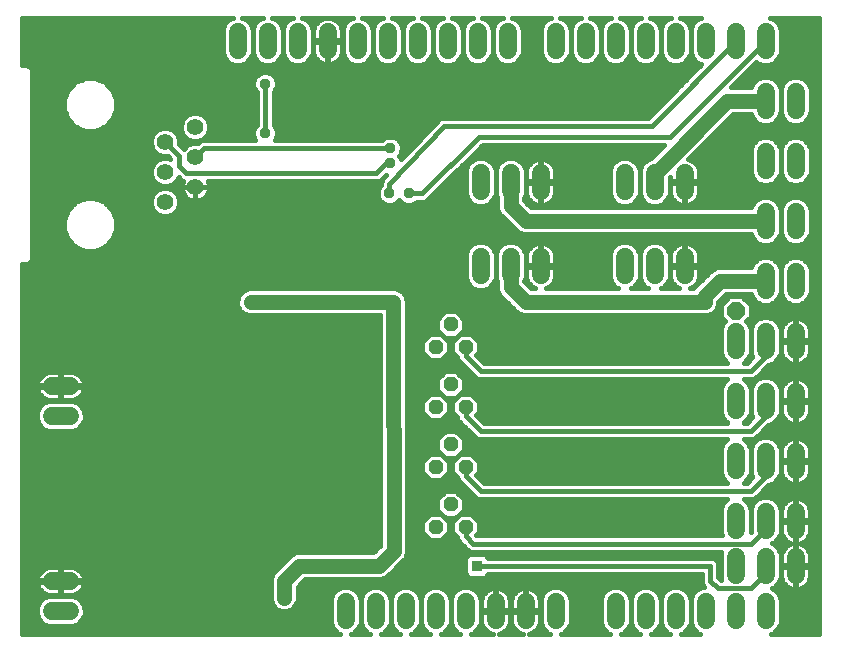
<source format=gbl>
G75*
%MOIN*%
%OFA0B0*%
%FSLAX24Y24*%
%IPPOS*%
%LPD*%
%AMOC8*
5,1,8,0,0,1.08239X$1,22.5*
%
%ADD10C,0.0600*%
%ADD11C,0.0551*%
%ADD12OC8,0.0480*%
%ADD13OC8,0.0600*%
%ADD14C,0.0376*%
%ADD15C,0.0500*%
%ADD16C,0.0160*%
%ADD17R,0.0376X0.0376*%
D10*
X001914Y001450D02*
X002514Y001450D01*
X002514Y002450D02*
X001914Y002450D01*
X001914Y007950D02*
X002514Y007950D01*
X002514Y008950D02*
X001914Y008950D01*
X011714Y001750D02*
X011714Y001150D01*
X012714Y001150D02*
X012714Y001750D01*
X013714Y001750D02*
X013714Y001150D01*
X014714Y001150D02*
X014714Y001750D01*
X015714Y001750D02*
X015714Y001150D01*
X016714Y001150D02*
X016714Y001750D01*
X017714Y001750D02*
X017714Y001150D01*
X018714Y001150D02*
X018714Y001750D01*
X020714Y001750D02*
X020714Y001150D01*
X021714Y001150D02*
X021714Y001750D01*
X022714Y001750D02*
X022714Y001150D01*
X023714Y001150D02*
X023714Y001750D01*
X024714Y001750D02*
X024714Y001150D01*
X025714Y001150D02*
X025714Y001750D01*
X025714Y002650D02*
X025714Y003250D01*
X025714Y004150D02*
X025714Y004750D01*
X026714Y004750D02*
X026714Y004150D01*
X026714Y003250D02*
X026714Y002650D01*
X024714Y002650D02*
X024714Y003250D01*
X024714Y004150D02*
X024714Y004750D01*
X024714Y006150D02*
X024714Y006750D01*
X025714Y006750D02*
X025714Y006150D01*
X026714Y006150D02*
X026714Y006750D01*
X026714Y008150D02*
X026714Y008750D01*
X025714Y008750D02*
X025714Y008150D01*
X024714Y008150D02*
X024714Y008750D01*
X024714Y010150D02*
X024714Y010750D01*
X025714Y010750D02*
X025714Y010150D01*
X026714Y010150D02*
X026714Y010750D01*
X026714Y012150D02*
X026714Y012750D01*
X025714Y012750D02*
X025714Y012150D01*
X025714Y014150D02*
X025714Y014750D01*
X026714Y014750D02*
X026714Y014150D01*
X026714Y016150D02*
X026714Y016750D01*
X025714Y016750D02*
X025714Y016150D01*
X025714Y018150D02*
X025714Y018750D01*
X026714Y018750D02*
X026714Y018150D01*
X025714Y020150D02*
X025714Y020750D01*
X024714Y020750D02*
X024714Y020150D01*
X023714Y020150D02*
X023714Y020750D01*
X022714Y020750D02*
X022714Y020150D01*
X021714Y020150D02*
X021714Y020750D01*
X020714Y020750D02*
X020714Y020150D01*
X019714Y020150D02*
X019714Y020750D01*
X018714Y020750D02*
X018714Y020150D01*
X017114Y020150D02*
X017114Y020750D01*
X016114Y020750D02*
X016114Y020150D01*
X015114Y020150D02*
X015114Y020750D01*
X014114Y020750D02*
X014114Y020150D01*
X013114Y020150D02*
X013114Y020750D01*
X012114Y020750D02*
X012114Y020150D01*
X011114Y020150D02*
X011114Y020750D01*
X010114Y020750D02*
X010114Y020150D01*
X009114Y020150D02*
X009114Y020750D01*
X008114Y020750D02*
X008114Y020150D01*
X016214Y016050D02*
X016214Y015450D01*
X017214Y015450D02*
X017214Y016050D01*
X018214Y016050D02*
X018214Y015450D01*
X021014Y015450D02*
X021014Y016050D01*
X022014Y016050D02*
X022014Y015450D01*
X023014Y015450D02*
X023014Y016050D01*
X023014Y013250D02*
X023014Y012650D01*
X022014Y012650D02*
X022014Y013250D01*
X021014Y013250D02*
X021014Y012650D01*
X018214Y012650D02*
X018214Y013250D01*
X017214Y013250D02*
X017214Y012650D01*
X016214Y012650D02*
X016214Y013250D01*
D11*
X006704Y015580D03*
X005704Y015080D03*
X005704Y016080D03*
X006704Y016580D03*
X005704Y017080D03*
X006704Y017580D03*
D12*
X015214Y011000D03*
X015714Y010250D03*
X014714Y010250D03*
X015214Y009000D03*
X015714Y008250D03*
X014714Y008250D03*
X015214Y007000D03*
X015714Y006250D03*
X014714Y006250D03*
X015214Y005000D03*
X015714Y004250D03*
X014714Y004250D03*
D13*
X024714Y011450D03*
D14*
X013814Y015370D03*
X013174Y015370D03*
X013194Y016370D03*
X013194Y016870D03*
X009034Y017370D03*
X009034Y019030D03*
X008554Y011750D03*
X013304Y011750D03*
X009664Y001890D03*
D15*
X009664Y002450D01*
X010164Y002950D01*
X012814Y002950D01*
X013314Y003450D01*
X013304Y011750D01*
X008554Y011750D01*
X017214Y012250D02*
X017714Y011750D01*
X023694Y011750D01*
X023694Y011950D01*
X024194Y012450D01*
X025714Y012450D01*
X025714Y014450D02*
X017714Y014450D01*
X017214Y014950D01*
X017214Y015750D01*
X017214Y012950D02*
X017214Y012250D01*
X022014Y015750D02*
X022014Y016030D01*
X024434Y018450D01*
X025714Y018450D01*
D16*
X000944Y013023D02*
X000944Y000680D01*
X011542Y000680D01*
X011431Y000726D01*
X011290Y000867D01*
X011214Y001051D01*
X011214Y001849D01*
X011290Y002033D01*
X011431Y002174D01*
X011614Y002250D01*
X011813Y002250D01*
X011997Y002174D01*
X012138Y002033D01*
X012214Y001849D01*
X012214Y001051D01*
X012290Y000867D01*
X012431Y000726D01*
X012542Y000680D01*
X011886Y000680D01*
X011997Y000726D01*
X012138Y000867D01*
X012214Y001051D01*
X012214Y001849D01*
X012290Y002033D01*
X012431Y002174D01*
X012614Y002250D01*
X012813Y002250D01*
X012997Y002174D01*
X013138Y002033D01*
X013214Y001849D01*
X013214Y001051D01*
X013290Y000867D01*
X013431Y000726D01*
X013542Y000680D01*
X012886Y000680D01*
X012997Y000726D01*
X013138Y000867D01*
X013214Y001051D01*
X013214Y001849D01*
X013290Y002033D01*
X013431Y002174D01*
X013614Y002250D01*
X013813Y002250D01*
X013997Y002174D01*
X014138Y002033D01*
X014214Y001849D01*
X014214Y001051D01*
X014290Y000867D01*
X014431Y000726D01*
X014542Y000680D01*
X013886Y000680D01*
X013997Y000726D01*
X014138Y000867D01*
X014214Y001051D01*
X014214Y001849D01*
X014290Y002033D01*
X014431Y002174D01*
X014614Y002250D01*
X014813Y002250D01*
X014997Y002174D01*
X015138Y002033D01*
X015214Y001849D01*
X015214Y001051D01*
X015290Y000867D01*
X015431Y000726D01*
X015542Y000680D01*
X014886Y000680D01*
X014997Y000726D01*
X015138Y000867D01*
X015214Y001051D01*
X015214Y001849D01*
X015290Y002033D01*
X015431Y002174D01*
X015614Y002250D01*
X015813Y002250D01*
X015997Y002174D01*
X016138Y002033D01*
X016214Y001849D01*
X016214Y001051D01*
X016138Y000867D01*
X015997Y000726D01*
X015886Y000680D01*
X016613Y000680D01*
X016601Y000682D01*
X016530Y000705D01*
X016462Y000739D01*
X016401Y000784D01*
X016348Y000837D01*
X016303Y000898D01*
X016269Y000966D01*
X016246Y001038D01*
X016234Y001112D01*
X016234Y001430D01*
X016694Y001430D01*
X016694Y001470D01*
X016694Y002230D01*
X016676Y002230D01*
X016601Y002218D01*
X016530Y002195D01*
X016462Y002161D01*
X016401Y002116D01*
X016348Y002063D01*
X016303Y002002D01*
X016269Y001934D01*
X016246Y001862D01*
X016234Y001788D01*
X016234Y001470D01*
X016694Y001470D01*
X016734Y001470D01*
X017194Y001470D01*
X017194Y001788D01*
X017182Y001862D01*
X017159Y001934D01*
X017124Y002002D01*
X017080Y002063D01*
X017026Y002116D01*
X016965Y002161D01*
X016898Y002195D01*
X016826Y002218D01*
X016752Y002230D01*
X016734Y002230D01*
X016734Y001470D01*
X016734Y001430D01*
X017194Y001430D01*
X017194Y001112D01*
X017182Y001038D01*
X017159Y000966D01*
X017124Y000898D01*
X017080Y000837D01*
X017026Y000784D01*
X016965Y000739D01*
X016898Y000705D01*
X016826Y000682D01*
X016815Y000680D01*
X017613Y000680D01*
X017601Y000682D01*
X017530Y000705D01*
X017462Y000739D01*
X017401Y000784D01*
X017348Y000837D01*
X017303Y000898D01*
X017269Y000966D01*
X017246Y001038D01*
X017234Y001112D01*
X017234Y001430D01*
X017694Y001430D01*
X017694Y001470D01*
X017694Y002230D01*
X017676Y002230D01*
X017601Y002218D01*
X017530Y002195D01*
X017462Y002161D01*
X017401Y002116D01*
X017348Y002063D01*
X017303Y002002D01*
X017269Y001934D01*
X017246Y001862D01*
X017234Y001788D01*
X017234Y001470D01*
X017694Y001470D01*
X017734Y001470D01*
X018194Y001470D01*
X018194Y001788D01*
X018182Y001862D01*
X018159Y001934D01*
X018124Y002002D01*
X018080Y002063D01*
X018026Y002116D01*
X017965Y002161D01*
X017898Y002195D01*
X017826Y002218D01*
X017752Y002230D01*
X017734Y002230D01*
X017734Y001470D01*
X017734Y001430D01*
X018194Y001430D01*
X018194Y001112D01*
X018182Y001038D01*
X018159Y000966D01*
X018124Y000898D01*
X018080Y000837D01*
X018026Y000784D01*
X017965Y000739D01*
X017898Y000705D01*
X017826Y000682D01*
X017815Y000680D01*
X018542Y000680D01*
X018431Y000726D01*
X018290Y000867D01*
X018214Y001051D01*
X018214Y001849D01*
X018290Y002033D01*
X018431Y002174D01*
X018614Y002250D01*
X018813Y002250D01*
X018997Y002174D01*
X019138Y002033D01*
X019214Y001849D01*
X019214Y001051D01*
X019138Y000867D01*
X018997Y000726D01*
X018886Y000680D01*
X020542Y000680D01*
X020431Y000726D01*
X020290Y000867D01*
X020214Y001051D01*
X020214Y001849D01*
X020290Y002033D01*
X020431Y002174D01*
X020614Y002250D01*
X020813Y002250D01*
X020997Y002174D01*
X021138Y002033D01*
X021214Y001849D01*
X021214Y001051D01*
X021290Y000867D01*
X021431Y000726D01*
X021542Y000680D01*
X020886Y000680D01*
X020997Y000726D01*
X021138Y000867D01*
X021214Y001051D01*
X021214Y001849D01*
X021290Y002033D01*
X021431Y002174D01*
X021614Y002250D01*
X021813Y002250D01*
X021997Y002174D01*
X022138Y002033D01*
X022214Y001849D01*
X022214Y001051D01*
X022290Y000867D01*
X022431Y000726D01*
X022542Y000680D01*
X021886Y000680D01*
X021997Y000726D01*
X022138Y000867D01*
X022214Y001051D01*
X022214Y001849D01*
X022290Y002033D01*
X022431Y002174D01*
X022614Y002250D01*
X022813Y002250D01*
X022997Y002174D01*
X023138Y002033D01*
X023214Y001849D01*
X023214Y001051D01*
X023290Y000867D01*
X023431Y000726D01*
X023542Y000680D01*
X022886Y000680D01*
X022997Y000726D01*
X023138Y000867D01*
X023214Y001051D01*
X023214Y001849D01*
X023290Y002033D01*
X023431Y002174D01*
X023614Y002250D01*
X023678Y002250D01*
X023626Y002301D01*
X023584Y002404D01*
X023584Y002670D01*
X016473Y002670D01*
X016365Y002562D01*
X015823Y002562D01*
X015706Y002679D01*
X015706Y003221D01*
X015823Y003338D01*
X016365Y003338D01*
X016473Y003230D01*
X023919Y003230D01*
X024022Y003187D01*
X024101Y003109D01*
X024144Y003006D01*
X024144Y002576D01*
X024240Y002480D01*
X024243Y002480D01*
X024214Y002551D01*
X024214Y003349D01*
X024239Y003410D01*
X015918Y003410D01*
X015815Y003453D01*
X015736Y003531D01*
X015736Y003531D01*
X015476Y003791D01*
X015434Y003894D01*
X015434Y003908D01*
X015274Y004068D01*
X015274Y004432D01*
X015532Y004690D01*
X015896Y004690D01*
X016154Y004432D01*
X016154Y004068D01*
X016073Y003987D01*
X016090Y003970D01*
X024247Y003970D01*
X024214Y004051D01*
X024214Y004849D01*
X024290Y005033D01*
X024427Y005170D01*
X016158Y005170D01*
X016055Y005213D01*
X015555Y005713D01*
X015476Y005791D01*
X015434Y005894D01*
X015434Y005908D01*
X015274Y006068D01*
X015274Y006432D01*
X015532Y006690D01*
X015896Y006690D01*
X016154Y006432D01*
X016154Y006068D01*
X016073Y005987D01*
X016330Y005730D01*
X024427Y005730D01*
X024290Y005867D01*
X024214Y006051D01*
X024214Y006849D01*
X024290Y007033D01*
X024427Y007170D01*
X016158Y007170D01*
X016055Y007213D01*
X015476Y007791D01*
X015434Y007894D01*
X015434Y007908D01*
X015274Y008068D01*
X015274Y008432D01*
X015532Y008690D01*
X015896Y008690D01*
X016154Y008432D01*
X016154Y008068D01*
X016073Y007987D01*
X016330Y007730D01*
X024427Y007730D01*
X024290Y007867D01*
X024214Y008051D01*
X024214Y008849D01*
X024290Y009033D01*
X024427Y009170D01*
X016158Y009170D01*
X016055Y009213D01*
X015555Y009713D01*
X015476Y009791D01*
X015434Y009894D01*
X015434Y009908D01*
X015274Y010068D01*
X015274Y010432D01*
X015532Y010690D01*
X015896Y010690D01*
X016154Y010432D01*
X016154Y010068D01*
X016073Y009987D01*
X016330Y009730D01*
X024427Y009730D01*
X024290Y009867D01*
X024214Y010051D01*
X024214Y010849D01*
X024290Y011033D01*
X024357Y011100D01*
X024214Y011243D01*
X024214Y011657D01*
X024507Y011950D01*
X024921Y011950D01*
X025214Y011657D01*
X025214Y011243D01*
X025071Y011100D01*
X025138Y011033D01*
X025214Y010849D01*
X025214Y010051D01*
X025274Y009906D01*
X025098Y009730D01*
X025001Y009730D01*
X025138Y009867D01*
X025214Y010051D01*
X025214Y010849D01*
X025290Y011033D01*
X025431Y011174D01*
X025614Y011250D01*
X025813Y011250D01*
X025997Y011174D01*
X026138Y011033D01*
X026214Y010849D01*
X026214Y010051D01*
X026138Y009867D01*
X025997Y009726D01*
X025813Y009650D01*
X025810Y009650D01*
X025451Y009291D01*
X025372Y009213D01*
X025269Y009170D01*
X025001Y009170D01*
X025138Y009033D01*
X025214Y008849D01*
X025214Y008051D01*
X025274Y007906D01*
X025098Y007730D01*
X025001Y007730D01*
X025138Y007867D01*
X025214Y008051D01*
X025214Y008849D01*
X025290Y009033D01*
X025431Y009174D01*
X025614Y009250D01*
X025813Y009250D01*
X025997Y009174D01*
X026138Y009033D01*
X026214Y008849D01*
X026214Y008051D01*
X026138Y007867D01*
X025997Y007726D01*
X025813Y007650D01*
X025810Y007650D01*
X025451Y007291D01*
X025372Y007213D01*
X025269Y007170D01*
X025001Y007170D01*
X025138Y007033D01*
X025214Y006849D01*
X025214Y006051D01*
X025274Y005906D01*
X025098Y005730D01*
X025001Y005730D01*
X025138Y005867D01*
X025214Y006051D01*
X025214Y006849D01*
X025290Y007033D01*
X025431Y007174D01*
X025614Y007250D01*
X025813Y007250D01*
X025997Y007174D01*
X026138Y007033D01*
X026214Y006849D01*
X026214Y006051D01*
X026138Y005867D01*
X025997Y005726D01*
X025813Y005650D01*
X025810Y005650D01*
X025451Y005291D01*
X025372Y005213D01*
X025269Y005170D01*
X025001Y005170D01*
X025138Y005033D01*
X025214Y004849D01*
X025214Y004086D01*
X025214Y004086D01*
X025214Y004849D01*
X025290Y005033D01*
X025431Y005174D01*
X025614Y005250D01*
X025813Y005250D01*
X025997Y005174D01*
X026138Y005033D01*
X026214Y004849D01*
X026214Y004051D01*
X026138Y003867D01*
X025997Y003726D01*
X025934Y003700D01*
X025997Y003674D01*
X026138Y003533D01*
X026214Y003349D01*
X026214Y002551D01*
X026138Y002367D01*
X025997Y002226D01*
X025934Y002200D01*
X025997Y002174D01*
X026138Y002033D01*
X026214Y001849D01*
X026214Y001051D01*
X026138Y000867D01*
X025997Y000726D01*
X025886Y000680D01*
X027484Y000680D01*
X027484Y021226D01*
X025871Y021226D01*
X025997Y021174D01*
X026138Y021033D01*
X026214Y020849D01*
X026214Y020051D01*
X026138Y019867D01*
X025997Y019726D01*
X025813Y019650D01*
X025614Y019650D01*
X025431Y019726D01*
X025408Y019748D01*
X024560Y018900D01*
X025235Y018900D01*
X025290Y019033D01*
X025431Y019174D01*
X025614Y019250D01*
X025813Y019250D01*
X025997Y019174D01*
X026138Y019033D01*
X026214Y018849D01*
X026290Y019033D01*
X026431Y019174D01*
X026614Y019250D01*
X026813Y019250D01*
X026997Y019174D01*
X027138Y019033D01*
X027214Y018849D01*
X027214Y018051D01*
X027138Y017867D01*
X026997Y017726D01*
X026813Y017650D01*
X026614Y017650D01*
X026431Y017726D01*
X026290Y017867D01*
X026214Y018051D01*
X026214Y018849D01*
X026214Y018051D01*
X026138Y017867D01*
X025997Y017726D01*
X025813Y017650D01*
X025614Y017650D01*
X025431Y017726D01*
X025290Y017867D01*
X025235Y018000D01*
X024620Y018000D01*
X023135Y016515D01*
X023198Y016495D01*
X023265Y016461D01*
X023326Y016416D01*
X023380Y016363D01*
X023424Y016302D01*
X023459Y016234D01*
X023482Y016162D01*
X023494Y016088D01*
X023494Y015770D01*
X023034Y015770D01*
X023034Y015730D01*
X023494Y015730D01*
X023494Y015412D01*
X023482Y015338D01*
X023459Y015266D01*
X023424Y015198D01*
X023380Y015137D01*
X023326Y015084D01*
X023265Y015039D01*
X023198Y015005D01*
X023126Y014982D01*
X023052Y014970D01*
X023034Y014970D01*
X023034Y015730D01*
X022994Y015730D01*
X022994Y014970D01*
X022976Y014970D01*
X022901Y014982D01*
X022830Y015005D01*
X022762Y015039D01*
X022701Y015084D01*
X022648Y015137D01*
X022603Y015198D01*
X022569Y015266D01*
X022546Y015338D01*
X022534Y015412D01*
X022534Y015730D01*
X022994Y015730D01*
X022994Y015770D01*
X022534Y015770D01*
X022534Y015914D01*
X022514Y015894D01*
X022514Y015351D01*
X022438Y015167D01*
X022297Y015026D01*
X022113Y014950D01*
X021914Y014950D01*
X021731Y015026D01*
X021590Y015167D01*
X021514Y015351D01*
X021514Y016149D01*
X021590Y016333D01*
X021731Y016474D01*
X021885Y016538D01*
X022327Y016980D01*
X016289Y016980D01*
X014471Y015172D01*
X014432Y015133D01*
X014432Y015132D01*
X014432Y015132D01*
X014381Y015111D01*
X014329Y015090D01*
X014329Y015090D01*
X014329Y015090D01*
X014273Y015090D01*
X014083Y015090D01*
X014034Y015041D01*
X013891Y014982D01*
X013737Y014982D01*
X013594Y015041D01*
X013494Y015141D01*
X013394Y015041D01*
X013251Y014982D01*
X013097Y014982D01*
X012954Y015041D01*
X012845Y015150D01*
X012786Y015293D01*
X012786Y015447D01*
X012845Y015590D01*
X012894Y015639D01*
X012894Y015686D01*
X012892Y015738D01*
X012894Y015742D01*
X012894Y015746D01*
X012914Y015794D01*
X012932Y015842D01*
X012935Y015845D01*
X012936Y015849D01*
X012973Y015885D01*
X013079Y015997D01*
X013078Y015998D01*
X012892Y015813D01*
X012789Y015770D01*
X007118Y015770D01*
X007126Y015755D01*
X007148Y015687D01*
X007159Y015616D01*
X007159Y015589D01*
X006712Y015589D01*
X006712Y015571D01*
X006712Y015124D01*
X006740Y015124D01*
X006810Y015136D01*
X006879Y015158D01*
X006943Y015190D01*
X006943Y015191D02*
X012828Y015191D01*
X012786Y015349D02*
X007097Y015349D01*
X007093Y015341D02*
X007126Y015405D01*
X007148Y015473D01*
X007159Y015544D01*
X007159Y015571D01*
X006712Y015571D01*
X006695Y015571D01*
X006695Y015124D01*
X006668Y015124D01*
X006597Y015136D01*
X006529Y015158D01*
X006465Y015190D01*
X006407Y015232D01*
X006356Y015283D01*
X006314Y015341D01*
X006282Y015405D01*
X006259Y015473D01*
X006248Y015544D01*
X006248Y015571D01*
X006695Y015571D01*
X006695Y015589D01*
X006248Y015589D01*
X006248Y015616D01*
X006259Y015687D01*
X006282Y015755D01*
X006300Y015790D01*
X006245Y015813D01*
X006166Y015891D01*
X006166Y015891D01*
X006148Y015910D01*
X006107Y015811D01*
X005973Y015677D01*
X005798Y015604D01*
X005609Y015604D01*
X005434Y015677D01*
X005301Y015811D01*
X005228Y015985D01*
X005228Y016175D01*
X005301Y016349D01*
X005434Y016483D01*
X005609Y016556D01*
X005798Y016556D01*
X005856Y016532D01*
X005783Y016604D01*
X005609Y016604D01*
X005434Y016677D01*
X005301Y016811D01*
X005228Y016985D01*
X005228Y017175D01*
X005301Y017349D01*
X005434Y017483D01*
X005609Y017556D01*
X005798Y017556D01*
X005973Y017483D01*
X006107Y017349D01*
X006179Y017175D01*
X006179Y017000D01*
X006315Y016864D01*
X006434Y016983D01*
X006609Y017056D01*
X006783Y017056D01*
X006835Y017107D01*
X006938Y017150D01*
X008705Y017150D01*
X008705Y017150D01*
X008646Y017293D01*
X008646Y017447D01*
X008705Y017590D01*
X008754Y017639D01*
X008754Y018761D01*
X008705Y018810D01*
X008646Y018953D01*
X008646Y019107D01*
X008705Y019250D01*
X008814Y019359D01*
X008957Y019418D01*
X009111Y019418D01*
X009254Y019359D01*
X009363Y019250D01*
X009422Y019107D01*
X009422Y018953D01*
X009363Y018810D01*
X009314Y018761D01*
X009314Y017639D01*
X009363Y017590D01*
X009422Y017447D01*
X009422Y017293D01*
X009363Y017150D01*
X009363Y017150D01*
X012925Y017150D01*
X012974Y017199D01*
X013117Y017258D01*
X013271Y017258D01*
X013414Y017199D01*
X013523Y017090D01*
X013582Y016947D01*
X013582Y016793D01*
X013523Y016650D01*
X013493Y016620D01*
X013523Y016590D01*
X013559Y016503D01*
X014755Y017765D01*
X014756Y017769D01*
X014793Y017805D01*
X014829Y017843D01*
X014832Y017845D01*
X014835Y017847D01*
X014883Y017867D01*
X014931Y017888D01*
X014934Y017889D01*
X014938Y017890D01*
X014990Y017890D01*
X015042Y017891D01*
X015046Y017890D01*
X021806Y017890D01*
X023558Y019673D01*
X023431Y019726D01*
X023290Y019867D01*
X023214Y020051D01*
X023214Y020849D01*
X023290Y021033D01*
X023431Y021174D01*
X023557Y021226D01*
X022871Y021226D01*
X022997Y021174D01*
X023138Y021033D01*
X023214Y020849D01*
X023214Y020051D01*
X023138Y019867D01*
X022997Y019726D01*
X022813Y019650D01*
X022614Y019650D01*
X022431Y019726D01*
X022290Y019867D01*
X022214Y020051D01*
X022214Y020849D01*
X022290Y021033D01*
X022431Y021174D01*
X022557Y021226D01*
X021871Y021226D01*
X021997Y021174D01*
X022138Y021033D01*
X022214Y020849D01*
X022214Y020051D01*
X022138Y019867D01*
X021997Y019726D01*
X021813Y019650D01*
X021614Y019650D01*
X021431Y019726D01*
X021290Y019867D01*
X021214Y020051D01*
X021214Y020849D01*
X021290Y021033D01*
X021431Y021174D01*
X021557Y021226D01*
X020871Y021226D01*
X020997Y021174D01*
X021138Y021033D01*
X021214Y020849D01*
X021214Y020051D01*
X021138Y019867D01*
X020997Y019726D01*
X020813Y019650D01*
X020614Y019650D01*
X020431Y019726D01*
X020290Y019867D01*
X020214Y020051D01*
X020214Y020849D01*
X020290Y021033D01*
X020431Y021174D01*
X020557Y021226D01*
X019871Y021226D01*
X019997Y021174D01*
X020138Y021033D01*
X020214Y020849D01*
X020214Y020051D01*
X020138Y019867D01*
X019997Y019726D01*
X019813Y019650D01*
X019614Y019650D01*
X019431Y019726D01*
X019290Y019867D01*
X019214Y020051D01*
X019214Y020849D01*
X019290Y021033D01*
X019431Y021174D01*
X019557Y021226D01*
X018871Y021226D01*
X018997Y021174D01*
X019138Y021033D01*
X019214Y020849D01*
X019214Y020051D01*
X019138Y019867D01*
X018997Y019726D01*
X018813Y019650D01*
X018614Y019650D01*
X018431Y019726D01*
X018290Y019867D01*
X018214Y020051D01*
X018214Y020849D01*
X018290Y021033D01*
X018431Y021174D01*
X018557Y021226D01*
X017271Y021226D01*
X017397Y021174D01*
X017538Y021033D01*
X017614Y020849D01*
X017614Y020051D01*
X017538Y019867D01*
X017397Y019726D01*
X017213Y019650D01*
X017014Y019650D01*
X016831Y019726D01*
X016690Y019867D01*
X016614Y020051D01*
X016614Y020849D01*
X016690Y021033D01*
X016831Y021174D01*
X016957Y021226D01*
X016271Y021226D01*
X016397Y021174D01*
X016538Y021033D01*
X016614Y020849D01*
X016614Y020051D01*
X016538Y019867D01*
X016397Y019726D01*
X016213Y019650D01*
X016014Y019650D01*
X015831Y019726D01*
X015690Y019867D01*
X015614Y020051D01*
X015614Y020849D01*
X015690Y021033D01*
X015831Y021174D01*
X015957Y021226D01*
X015271Y021226D01*
X015397Y021174D01*
X015538Y021033D01*
X015614Y020849D01*
X015614Y020051D01*
X015538Y019867D01*
X015397Y019726D01*
X015213Y019650D01*
X015014Y019650D01*
X014831Y019726D01*
X014690Y019867D01*
X014614Y020051D01*
X014614Y020849D01*
X014690Y021033D01*
X014831Y021174D01*
X014957Y021226D01*
X014271Y021226D01*
X014397Y021174D01*
X014538Y021033D01*
X014614Y020849D01*
X014614Y020051D01*
X014538Y019867D01*
X014397Y019726D01*
X014213Y019650D01*
X014014Y019650D01*
X013831Y019726D01*
X013690Y019867D01*
X013614Y020051D01*
X013614Y020849D01*
X013690Y021033D01*
X013831Y021174D01*
X013957Y021226D01*
X013271Y021226D01*
X013397Y021174D01*
X013538Y021033D01*
X013614Y020849D01*
X013614Y020051D01*
X013538Y019867D01*
X013397Y019726D01*
X013213Y019650D01*
X013014Y019650D01*
X012831Y019726D01*
X012690Y019867D01*
X012614Y020051D01*
X012614Y020849D01*
X012690Y021033D01*
X012831Y021174D01*
X012957Y021226D01*
X012271Y021226D01*
X012397Y021174D01*
X012538Y021033D01*
X012614Y020849D01*
X012614Y020051D01*
X012538Y019867D01*
X012397Y019726D01*
X012213Y019650D01*
X012014Y019650D01*
X011831Y019726D01*
X011690Y019867D01*
X011614Y020051D01*
X011614Y020849D01*
X011690Y021033D01*
X011831Y021174D01*
X011957Y021226D01*
X011176Y021226D01*
X011226Y021218D01*
X011298Y021195D01*
X011365Y021161D01*
X011426Y021116D01*
X011480Y021063D01*
X011524Y021002D01*
X011559Y020934D01*
X011582Y020862D01*
X011594Y020788D01*
X011594Y020470D01*
X011134Y020470D01*
X011134Y020430D01*
X011594Y020430D01*
X011594Y020112D01*
X011582Y020038D01*
X011559Y019966D01*
X011524Y019898D01*
X011480Y019837D01*
X011426Y019784D01*
X011365Y019739D01*
X011298Y019705D01*
X011226Y019682D01*
X011152Y019670D01*
X011134Y019670D01*
X011134Y020430D01*
X011094Y020430D01*
X011094Y019670D01*
X011076Y019670D01*
X011001Y019682D01*
X010930Y019705D01*
X010862Y019739D01*
X010801Y019784D01*
X010748Y019837D01*
X010703Y019898D01*
X010669Y019966D01*
X010646Y020038D01*
X010634Y020112D01*
X010634Y020430D01*
X011094Y020430D01*
X011094Y020470D01*
X010634Y020470D01*
X010634Y020788D01*
X010646Y020862D01*
X010669Y020934D01*
X010703Y021002D01*
X010748Y021063D01*
X010801Y021116D01*
X010862Y021161D01*
X010930Y021195D01*
X011001Y021218D01*
X011051Y021226D01*
X010271Y021226D01*
X010397Y021174D01*
X010538Y021033D01*
X010614Y020849D01*
X010614Y020051D01*
X010538Y019867D01*
X010397Y019726D01*
X010213Y019650D01*
X010014Y019650D01*
X009831Y019726D01*
X009690Y019867D01*
X009614Y020051D01*
X009614Y020849D01*
X009690Y021033D01*
X009831Y021174D01*
X009957Y021226D01*
X009271Y021226D01*
X009397Y021174D01*
X009538Y021033D01*
X009614Y020849D01*
X009614Y020051D01*
X009538Y019867D01*
X009397Y019726D01*
X009213Y019650D01*
X009014Y019650D01*
X008831Y019726D01*
X008690Y019867D01*
X008614Y020051D01*
X008614Y020849D01*
X008690Y021033D01*
X008831Y021174D01*
X008957Y021226D01*
X008271Y021226D01*
X008397Y021174D01*
X008538Y021033D01*
X008614Y020849D01*
X008614Y020051D01*
X008538Y019867D01*
X008397Y019726D01*
X008213Y019650D01*
X008014Y019650D01*
X007831Y019726D01*
X007690Y019867D01*
X007614Y020051D01*
X007614Y020849D01*
X007690Y021033D01*
X007831Y021174D01*
X007957Y021226D01*
X000944Y021226D01*
X000944Y019637D01*
X001131Y019637D01*
X001266Y019501D01*
X001266Y013159D01*
X001131Y013023D01*
X000944Y013023D01*
X000944Y012972D02*
X015714Y012972D01*
X015714Y013130D02*
X001238Y013130D01*
X001266Y013289D02*
X015714Y013289D01*
X015714Y013349D02*
X015790Y013533D01*
X015931Y013674D01*
X016114Y013750D01*
X016313Y013750D01*
X016497Y013674D01*
X016638Y013533D01*
X016714Y013349D01*
X016790Y013533D01*
X016931Y013674D01*
X017114Y013750D01*
X017313Y013750D01*
X017497Y013674D01*
X017638Y013533D01*
X017714Y013349D01*
X017714Y012551D01*
X017666Y012434D01*
X017900Y012200D01*
X018045Y012200D01*
X018030Y012205D01*
X017962Y012239D01*
X017901Y012284D01*
X017848Y012337D01*
X017803Y012398D01*
X017769Y012466D01*
X017746Y012538D01*
X017734Y012612D01*
X017734Y012930D01*
X018194Y012930D01*
X018194Y012970D01*
X018194Y013730D01*
X018176Y013730D01*
X018101Y013718D01*
X018030Y013695D01*
X017962Y013661D01*
X017901Y013616D01*
X017848Y013563D01*
X017803Y013502D01*
X017769Y013434D01*
X017746Y013362D01*
X017734Y013288D01*
X017734Y012970D01*
X018194Y012970D01*
X018234Y012970D01*
X018694Y012970D01*
X018694Y013288D01*
X018682Y013362D01*
X018659Y013434D01*
X018624Y013502D01*
X018580Y013563D01*
X018526Y013616D01*
X018465Y013661D01*
X018398Y013695D01*
X018326Y013718D01*
X018252Y013730D01*
X018234Y013730D01*
X018234Y012970D01*
X018234Y012930D01*
X018694Y012930D01*
X018694Y012612D01*
X018682Y012538D01*
X018659Y012466D01*
X018624Y012398D01*
X018580Y012337D01*
X018526Y012284D01*
X018465Y012239D01*
X018398Y012205D01*
X018382Y012200D01*
X020794Y012200D01*
X020731Y012226D01*
X020590Y012367D01*
X020514Y012551D01*
X020514Y013349D01*
X020590Y013533D01*
X020731Y013674D01*
X020914Y013750D01*
X021113Y013750D01*
X021297Y013674D01*
X021438Y013533D01*
X021514Y013349D01*
X021514Y012551D01*
X021590Y012367D01*
X021731Y012226D01*
X021794Y012200D01*
X021234Y012200D01*
X021297Y012226D01*
X021438Y012367D01*
X021514Y012551D01*
X021514Y013349D01*
X021590Y013533D01*
X021731Y013674D01*
X021914Y013750D01*
X022113Y013750D01*
X022297Y013674D01*
X022438Y013533D01*
X022514Y013349D01*
X022514Y012551D01*
X022438Y012367D01*
X022297Y012226D01*
X022234Y012200D01*
X022845Y012200D01*
X022830Y012205D01*
X022762Y012239D01*
X022701Y012284D01*
X022648Y012337D01*
X022603Y012398D01*
X022569Y012466D01*
X022546Y012538D01*
X022534Y012612D01*
X022534Y012930D01*
X022994Y012930D01*
X022994Y012970D01*
X022994Y013730D01*
X022976Y013730D01*
X022901Y013718D01*
X022830Y013695D01*
X022762Y013661D01*
X022701Y013616D01*
X022648Y013563D01*
X022603Y013502D01*
X022569Y013434D01*
X022546Y013362D01*
X022534Y013288D01*
X022534Y012970D01*
X022994Y012970D01*
X023034Y012970D01*
X023494Y012970D01*
X023494Y013288D01*
X023482Y013362D01*
X023459Y013434D01*
X023424Y013502D01*
X023380Y013563D01*
X023326Y013616D01*
X023265Y013661D01*
X023198Y013695D01*
X023126Y013718D01*
X023052Y013730D01*
X023034Y013730D01*
X023034Y012970D01*
X023034Y012930D01*
X023494Y012930D01*
X023494Y012612D01*
X023482Y012538D01*
X023459Y012466D01*
X023424Y012398D01*
X023380Y012337D01*
X023326Y012284D01*
X023265Y012239D01*
X023198Y012205D01*
X023182Y012200D01*
X023310Y012200D01*
X023312Y012205D01*
X023812Y012705D01*
X023939Y012831D01*
X024104Y012900D01*
X025235Y012900D01*
X025290Y013033D01*
X025431Y013174D01*
X025614Y013250D01*
X025813Y013250D01*
X025997Y013174D01*
X026138Y013033D01*
X026214Y012849D01*
X026290Y013033D01*
X026431Y013174D01*
X026614Y013250D01*
X026813Y013250D01*
X026997Y013174D01*
X027138Y013033D01*
X027214Y012849D01*
X027214Y012051D01*
X027138Y011867D01*
X026997Y011726D01*
X026813Y011650D01*
X026614Y011650D01*
X026431Y011726D01*
X026290Y011867D01*
X026214Y012051D01*
X026214Y012849D01*
X026214Y012051D01*
X026138Y011867D01*
X025997Y011726D01*
X025813Y011650D01*
X025614Y011650D01*
X025431Y011726D01*
X025290Y011867D01*
X025235Y012000D01*
X024380Y012000D01*
X024144Y011764D01*
X024144Y011660D01*
X024075Y011495D01*
X023949Y011369D01*
X023783Y011300D01*
X017624Y011300D01*
X017459Y011369D01*
X017332Y011495D01*
X016832Y011995D01*
X016764Y012160D01*
X016764Y012430D01*
X016714Y012551D01*
X016714Y013349D01*
X016714Y012551D01*
X016638Y012367D01*
X016497Y012226D01*
X016313Y012150D01*
X016114Y012150D01*
X015931Y012226D01*
X015790Y012367D01*
X015714Y012551D01*
X015714Y013349D01*
X015754Y013447D02*
X001266Y013447D01*
X001266Y013606D02*
X002698Y013606D01*
X002711Y013592D02*
X003031Y013460D01*
X003377Y013460D01*
X003697Y013592D01*
X003941Y013837D01*
X004074Y014157D01*
X004074Y014503D01*
X003941Y014823D01*
X003697Y015068D01*
X003377Y015200D01*
X003031Y015200D01*
X002711Y015068D01*
X002466Y014823D01*
X002334Y014503D01*
X002334Y014157D01*
X002466Y013837D01*
X002711Y013592D01*
X002539Y013764D02*
X001266Y013764D01*
X001266Y013923D02*
X002431Y013923D01*
X002365Y014081D02*
X001266Y014081D01*
X001266Y014240D02*
X002334Y014240D01*
X002334Y014398D02*
X001266Y014398D01*
X001266Y014557D02*
X002356Y014557D01*
X002422Y014715D02*
X001266Y014715D01*
X001266Y014874D02*
X002517Y014874D01*
X002675Y015032D02*
X001266Y015032D01*
X001266Y015191D02*
X003008Y015191D01*
X003400Y015191D02*
X005235Y015191D01*
X005228Y015175D02*
X005228Y014985D01*
X005301Y014811D01*
X005434Y014677D01*
X005609Y014604D01*
X005798Y014604D01*
X005973Y014677D01*
X006107Y014811D01*
X006179Y014985D01*
X006179Y015175D01*
X006107Y015349D01*
X006310Y015349D01*
X006254Y015508D02*
X005914Y015508D01*
X005973Y015483D02*
X005798Y015556D01*
X005609Y015556D01*
X005434Y015483D01*
X005301Y015349D01*
X005300Y015349D02*
X001266Y015349D01*
X001266Y015508D02*
X005493Y015508D01*
X005460Y015666D02*
X001266Y015666D01*
X001266Y015825D02*
X005295Y015825D01*
X005229Y015983D02*
X001266Y015983D01*
X001266Y016142D02*
X005228Y016142D01*
X005280Y016300D02*
X001266Y016300D01*
X001266Y016459D02*
X005410Y016459D01*
X005579Y016617D02*
X001266Y016617D01*
X001266Y016776D02*
X005336Y016776D01*
X005249Y016934D02*
X001266Y016934D01*
X001266Y017093D02*
X005228Y017093D01*
X005260Y017251D02*
X001266Y017251D01*
X001266Y017410D02*
X005361Y017410D01*
X005704Y017080D02*
X006174Y016610D01*
X006174Y016280D01*
X006404Y016050D01*
X012734Y016050D01*
X013044Y016360D01*
X013194Y016370D01*
X013496Y016617D02*
X013667Y016617D01*
X013575Y016776D02*
X013817Y016776D01*
X013967Y016934D02*
X013582Y016934D01*
X013520Y017093D02*
X014117Y017093D01*
X014268Y017251D02*
X013288Y017251D01*
X013099Y017251D02*
X009405Y017251D01*
X009422Y017410D02*
X014418Y017410D01*
X014568Y017568D02*
X009372Y017568D01*
X009314Y017727D02*
X014718Y017727D01*
X014923Y017885D02*
X009314Y017885D01*
X009314Y018044D02*
X021957Y018044D01*
X022113Y018202D02*
X009314Y018202D01*
X009314Y018361D02*
X022269Y018361D01*
X022424Y018519D02*
X009314Y018519D01*
X009314Y018678D02*
X022580Y018678D01*
X022736Y018836D02*
X009374Y018836D01*
X009422Y018995D02*
X022891Y018995D01*
X023047Y019153D02*
X009403Y019153D01*
X009301Y019312D02*
X023203Y019312D01*
X023359Y019470D02*
X001266Y019470D01*
X001266Y019312D02*
X008766Y019312D01*
X008665Y019153D02*
X003490Y019153D01*
X003377Y019200D02*
X003031Y019200D01*
X002711Y019068D01*
X002466Y018823D01*
X002334Y018503D01*
X002334Y018157D01*
X002466Y017837D01*
X002711Y017592D01*
X003031Y017460D01*
X003377Y017460D01*
X003697Y017592D01*
X003941Y017837D01*
X004074Y018157D01*
X004074Y018503D01*
X003941Y018823D01*
X003697Y019068D01*
X003377Y019200D01*
X002917Y019153D02*
X001266Y019153D01*
X001266Y018995D02*
X002638Y018995D01*
X002479Y018836D02*
X001266Y018836D01*
X001266Y018678D02*
X002406Y018678D01*
X002340Y018519D02*
X001266Y018519D01*
X001266Y018361D02*
X002334Y018361D01*
X002334Y018202D02*
X001266Y018202D01*
X001266Y018044D02*
X002381Y018044D01*
X002446Y017885D02*
X001266Y017885D01*
X001266Y017727D02*
X002577Y017727D01*
X002770Y017568D02*
X001266Y017568D01*
X003638Y017568D02*
X006228Y017568D01*
X006228Y017485D02*
X006228Y017675D01*
X006301Y017849D01*
X006434Y017983D01*
X006609Y018056D01*
X006798Y018056D01*
X006973Y017983D01*
X007107Y017849D01*
X007179Y017675D01*
X007179Y017485D01*
X007107Y017311D01*
X006973Y017177D01*
X006798Y017104D01*
X006609Y017104D01*
X006434Y017177D01*
X006301Y017311D01*
X006228Y017485D01*
X006260Y017410D02*
X006047Y017410D01*
X006148Y017251D02*
X006360Y017251D01*
X006179Y017093D02*
X006820Y017093D01*
X007047Y017251D02*
X008663Y017251D01*
X008646Y017410D02*
X007148Y017410D01*
X007179Y017568D02*
X008696Y017568D01*
X008754Y017727D02*
X007158Y017727D01*
X007071Y017885D02*
X008754Y017885D01*
X008754Y018044D02*
X006828Y018044D01*
X006580Y018044D02*
X004027Y018044D01*
X004074Y018202D02*
X008754Y018202D01*
X008754Y018361D02*
X004074Y018361D01*
X004067Y018519D02*
X008754Y018519D01*
X008754Y018678D02*
X004002Y018678D01*
X003928Y018836D02*
X008694Y018836D01*
X008646Y018995D02*
X003770Y018995D01*
X003961Y017885D02*
X006336Y017885D01*
X006250Y017727D02*
X003831Y017727D01*
X006246Y016934D02*
X006385Y016934D01*
X006704Y016580D02*
X006994Y016870D01*
X013194Y016870D01*
X013063Y015983D02*
X013066Y015983D01*
X012925Y015825D02*
X012904Y015825D01*
X012894Y015666D02*
X007151Y015666D01*
X007154Y015508D02*
X012811Y015508D01*
X013174Y015370D02*
X013174Y015690D01*
X014994Y017610D01*
X021924Y017610D01*
X024714Y020450D01*
X025714Y020450D02*
X022524Y017260D01*
X016174Y017260D01*
X014274Y015370D01*
X013814Y015370D01*
X014012Y015032D02*
X015925Y015032D01*
X015931Y015026D02*
X016114Y014950D01*
X016313Y014950D01*
X016497Y015026D01*
X016638Y015167D01*
X016714Y015351D01*
X016764Y015230D01*
X016764Y014860D01*
X016832Y014695D01*
X016959Y014569D01*
X017459Y014069D01*
X017624Y014000D01*
X025235Y014000D01*
X025290Y013867D01*
X025431Y013726D01*
X025614Y013650D01*
X025813Y013650D01*
X025997Y013726D01*
X026138Y013867D01*
X026214Y014051D01*
X026290Y013867D01*
X026431Y013726D01*
X026614Y013650D01*
X026813Y013650D01*
X026997Y013726D01*
X027138Y013867D01*
X027214Y014051D01*
X027214Y014849D01*
X027138Y015033D01*
X026997Y015174D01*
X026813Y015250D01*
X026614Y015250D01*
X026431Y015174D01*
X026290Y015033D01*
X026214Y014849D01*
X026214Y014051D01*
X026214Y014849D01*
X026138Y015033D01*
X025997Y015174D01*
X025813Y015250D01*
X025614Y015250D01*
X025431Y015174D01*
X025290Y015033D01*
X025235Y014900D01*
X017900Y014900D01*
X017664Y015136D01*
X017664Y015230D01*
X017714Y015351D01*
X017714Y016149D01*
X017638Y016333D01*
X017497Y016474D01*
X017313Y016550D01*
X017114Y016550D01*
X016931Y016474D01*
X016790Y016333D01*
X016714Y016149D01*
X016714Y015351D01*
X016714Y016149D01*
X016638Y016333D01*
X016497Y016474D01*
X016313Y016550D01*
X016114Y016550D01*
X015931Y016474D01*
X015790Y016333D01*
X015714Y016149D01*
X015714Y015351D01*
X015790Y015167D01*
X015931Y015026D01*
X015780Y015191D02*
X014490Y015191D01*
X014650Y015349D02*
X015714Y015349D01*
X015714Y015508D02*
X014809Y015508D01*
X014968Y015666D02*
X015714Y015666D01*
X015714Y015825D02*
X015128Y015825D01*
X015287Y015983D02*
X015714Y015983D01*
X015714Y016142D02*
X015446Y016142D01*
X015606Y016300D02*
X015776Y016300D01*
X015765Y016459D02*
X015915Y016459D01*
X015924Y016617D02*
X021964Y016617D01*
X022123Y016776D02*
X016084Y016776D01*
X016243Y016934D02*
X022281Y016934D01*
X021715Y016459D02*
X021312Y016459D01*
X021297Y016474D02*
X021438Y016333D01*
X021514Y016149D01*
X021514Y015351D01*
X021438Y015167D01*
X021297Y015026D01*
X021113Y014950D01*
X020914Y014950D01*
X020731Y015026D01*
X020590Y015167D01*
X020514Y015351D01*
X020514Y016149D01*
X020590Y016333D01*
X020731Y016474D01*
X020914Y016550D01*
X021113Y016550D01*
X021297Y016474D01*
X021451Y016300D02*
X021576Y016300D01*
X021514Y016142D02*
X021514Y016142D01*
X021514Y015983D02*
X021514Y015983D01*
X021514Y015825D02*
X021514Y015825D01*
X021514Y015666D02*
X021514Y015666D01*
X021514Y015508D02*
X021514Y015508D01*
X021513Y015349D02*
X021514Y015349D01*
X021447Y015191D02*
X021580Y015191D01*
X021725Y015032D02*
X021303Y015032D01*
X020725Y015032D02*
X018451Y015032D01*
X018465Y015039D02*
X018526Y015084D01*
X018580Y015137D01*
X018624Y015198D01*
X018659Y015266D01*
X018682Y015338D01*
X018694Y015412D01*
X018694Y015730D01*
X018234Y015730D01*
X018234Y015770D01*
X018694Y015770D01*
X018694Y016088D01*
X018682Y016162D01*
X018659Y016234D01*
X018624Y016302D01*
X018580Y016363D01*
X018526Y016416D01*
X018465Y016461D01*
X018398Y016495D01*
X018326Y016518D01*
X018252Y016530D01*
X018234Y016530D01*
X018234Y015770D01*
X018194Y015770D01*
X018194Y016530D01*
X018176Y016530D01*
X018101Y016518D01*
X018030Y016495D01*
X017962Y016461D01*
X017901Y016416D01*
X017848Y016363D01*
X017803Y016302D01*
X017769Y016234D01*
X017746Y016162D01*
X017734Y016088D01*
X017734Y015770D01*
X018194Y015770D01*
X018194Y015730D01*
X018234Y015730D01*
X018234Y014970D01*
X018252Y014970D01*
X018326Y014982D01*
X018398Y015005D01*
X018465Y015039D01*
X018619Y015191D02*
X020580Y015191D01*
X020514Y015349D02*
X018684Y015349D01*
X018694Y015508D02*
X020514Y015508D01*
X020514Y015666D02*
X018694Y015666D01*
X018694Y015825D02*
X020514Y015825D01*
X020514Y015983D02*
X018694Y015983D01*
X018685Y016142D02*
X020514Y016142D01*
X020576Y016300D02*
X018625Y016300D01*
X018468Y016459D02*
X020715Y016459D01*
X022514Y015825D02*
X022534Y015825D01*
X022534Y015666D02*
X022514Y015666D01*
X022514Y015508D02*
X022534Y015508D01*
X022544Y015349D02*
X022513Y015349D01*
X022447Y015191D02*
X022609Y015191D01*
X022777Y015032D02*
X022303Y015032D01*
X022994Y015032D02*
X023034Y015032D01*
X023034Y015191D02*
X022994Y015191D01*
X022994Y015349D02*
X023034Y015349D01*
X023034Y015508D02*
X022994Y015508D01*
X022994Y015666D02*
X023034Y015666D01*
X023494Y015666D02*
X025576Y015666D01*
X025614Y015650D02*
X025813Y015650D01*
X025997Y015726D01*
X026138Y015867D01*
X026214Y016051D01*
X026290Y015867D01*
X026431Y015726D01*
X026614Y015650D01*
X026813Y015650D01*
X026997Y015726D01*
X027138Y015867D01*
X027214Y016051D01*
X027214Y016849D01*
X027138Y017033D01*
X026997Y017174D01*
X026813Y017250D01*
X026614Y017250D01*
X026431Y017174D01*
X026290Y017033D01*
X026214Y016849D01*
X026214Y016051D01*
X026214Y016849D01*
X026138Y017033D01*
X025997Y017174D01*
X025813Y017250D01*
X025614Y017250D01*
X025431Y017174D01*
X025290Y017033D01*
X025214Y016849D01*
X025214Y016051D01*
X025290Y015867D01*
X025431Y015726D01*
X025614Y015650D01*
X025852Y015666D02*
X026576Y015666D01*
X026852Y015666D02*
X027484Y015666D01*
X027484Y015508D02*
X023494Y015508D01*
X023484Y015349D02*
X027484Y015349D01*
X027484Y015191D02*
X026957Y015191D01*
X027138Y015032D02*
X027484Y015032D01*
X027484Y014874D02*
X027204Y014874D01*
X027214Y014715D02*
X027484Y014715D01*
X027484Y014557D02*
X027214Y014557D01*
X027214Y014398D02*
X027484Y014398D01*
X027484Y014240D02*
X027214Y014240D01*
X027214Y014081D02*
X027484Y014081D01*
X027484Y013923D02*
X027161Y013923D01*
X027035Y013764D02*
X027484Y013764D01*
X027484Y013606D02*
X023337Y013606D01*
X023452Y013447D02*
X027484Y013447D01*
X027484Y013289D02*
X023494Y013289D01*
X023494Y013130D02*
X025387Y013130D01*
X025264Y012972D02*
X023494Y012972D01*
X023494Y012813D02*
X023920Y012813D01*
X023762Y012655D02*
X023494Y012655D01*
X023468Y012496D02*
X023603Y012496D01*
X023445Y012338D02*
X023380Y012338D01*
X023034Y012972D02*
X022994Y012972D01*
X022994Y013130D02*
X023034Y013130D01*
X023034Y013289D02*
X022994Y013289D01*
X022994Y013447D02*
X023034Y013447D01*
X023034Y013606D02*
X022994Y013606D01*
X022690Y013606D02*
X022365Y013606D01*
X022473Y013447D02*
X022575Y013447D01*
X022534Y013289D02*
X022514Y013289D01*
X022514Y013130D02*
X022534Y013130D01*
X022534Y012972D02*
X022514Y012972D01*
X022514Y012813D02*
X022534Y012813D01*
X022534Y012655D02*
X022514Y012655D01*
X022491Y012496D02*
X022559Y012496D01*
X022647Y012338D02*
X022408Y012338D01*
X021619Y012338D02*
X021408Y012338D01*
X021491Y012496D02*
X021536Y012496D01*
X021514Y012655D02*
X021514Y012655D01*
X021514Y012813D02*
X021514Y012813D01*
X021514Y012972D02*
X021514Y012972D01*
X021514Y013130D02*
X021514Y013130D01*
X021514Y013289D02*
X021514Y013289D01*
X021554Y013447D02*
X021473Y013447D01*
X021365Y013606D02*
X021662Y013606D01*
X020662Y013606D02*
X018537Y013606D01*
X018652Y013447D02*
X020554Y013447D01*
X020514Y013289D02*
X018694Y013289D01*
X018694Y013130D02*
X020514Y013130D01*
X020514Y012972D02*
X018694Y012972D01*
X018694Y012813D02*
X020514Y012813D01*
X020514Y012655D02*
X018694Y012655D01*
X018668Y012496D02*
X020536Y012496D01*
X020619Y012338D02*
X018580Y012338D01*
X018234Y012972D02*
X018194Y012972D01*
X018194Y013130D02*
X018234Y013130D01*
X018234Y013289D02*
X018194Y013289D01*
X018194Y013447D02*
X018234Y013447D01*
X018234Y013606D02*
X018194Y013606D01*
X017890Y013606D02*
X017565Y013606D01*
X017673Y013447D02*
X017775Y013447D01*
X017734Y013289D02*
X017714Y013289D01*
X017714Y013130D02*
X017734Y013130D01*
X017734Y012972D02*
X017714Y012972D01*
X017714Y012813D02*
X017734Y012813D01*
X017734Y012655D02*
X017714Y012655D01*
X017691Y012496D02*
X017759Y012496D01*
X017763Y012338D02*
X017847Y012338D01*
X017124Y011704D02*
X013754Y011704D01*
X013754Y011750D02*
X013754Y011840D01*
X013719Y011922D01*
X013685Y012005D01*
X013685Y012005D01*
X013685Y012005D01*
X013622Y012068D01*
X013559Y012131D01*
X013558Y012132D01*
X013476Y012166D01*
X013393Y012200D01*
X013393Y012200D01*
X013393Y012200D01*
X013304Y012200D01*
X008464Y012200D01*
X008299Y012131D01*
X008172Y012005D01*
X008104Y011840D01*
X008104Y011660D01*
X008172Y011495D01*
X008299Y011369D01*
X008464Y011300D01*
X012854Y011300D01*
X012864Y003636D01*
X012627Y003400D01*
X010074Y003400D01*
X009909Y003331D01*
X009409Y002831D01*
X009282Y002705D01*
X009214Y002540D01*
X009214Y001800D01*
X009282Y001635D01*
X009409Y001509D01*
X009574Y001440D01*
X009753Y001440D01*
X009919Y001509D01*
X010045Y001635D01*
X010114Y001800D01*
X010114Y002264D01*
X010350Y002500D01*
X012903Y002500D01*
X013069Y002569D01*
X013195Y002695D01*
X013569Y003069D01*
X013632Y003132D01*
X013695Y003195D01*
X013695Y003195D01*
X013696Y003196D01*
X013729Y003278D01*
X013764Y003360D01*
X013764Y003361D01*
X013764Y003361D01*
X013764Y003450D01*
X013764Y003540D01*
X013754Y011750D01*
X013754Y011840D02*
X013754Y011840D01*
X013754Y011840D01*
X013745Y011862D02*
X016965Y011862D01*
X016822Y012021D02*
X013670Y012021D01*
X013558Y012132D02*
X013558Y012132D01*
X013444Y012179D02*
X016044Y012179D01*
X015819Y012338D02*
X000944Y012338D01*
X000944Y012496D02*
X015736Y012496D01*
X015714Y012655D02*
X000944Y012655D01*
X000944Y012813D02*
X015714Y012813D01*
X016383Y012179D02*
X016764Y012179D01*
X016764Y012338D02*
X016608Y012338D01*
X016691Y012496D02*
X016736Y012496D01*
X016714Y012655D02*
X016714Y012655D01*
X016714Y012813D02*
X016714Y012813D01*
X016714Y012972D02*
X016714Y012972D01*
X016714Y013130D02*
X016714Y013130D01*
X016714Y013289D02*
X016714Y013289D01*
X016754Y013447D02*
X016673Y013447D01*
X016565Y013606D02*
X016862Y013606D01*
X017446Y014081D02*
X004042Y014081D01*
X004074Y014240D02*
X017288Y014240D01*
X017129Y014398D02*
X004074Y014398D01*
X004052Y014557D02*
X016971Y014557D01*
X016824Y014715D02*
X006011Y014715D01*
X006133Y014874D02*
X016764Y014874D01*
X016764Y015032D02*
X016503Y015032D01*
X016647Y015191D02*
X016764Y015191D01*
X016714Y015349D02*
X016713Y015349D01*
X016714Y015508D02*
X016714Y015508D01*
X016714Y015666D02*
X016714Y015666D01*
X016714Y015825D02*
X016714Y015825D01*
X016714Y015983D02*
X016714Y015983D01*
X016714Y016142D02*
X016714Y016142D01*
X016776Y016300D02*
X016651Y016300D01*
X016512Y016459D02*
X016915Y016459D01*
X017512Y016459D02*
X017959Y016459D01*
X017802Y016300D02*
X017651Y016300D01*
X017714Y016142D02*
X017742Y016142D01*
X017734Y015983D02*
X017714Y015983D01*
X017714Y015825D02*
X017734Y015825D01*
X017734Y015730D02*
X017734Y015412D01*
X017746Y015338D01*
X017769Y015266D01*
X017803Y015198D01*
X017848Y015137D01*
X017901Y015084D01*
X017962Y015039D01*
X018030Y015005D01*
X018101Y014982D01*
X018176Y014970D01*
X018194Y014970D01*
X018194Y015730D01*
X017734Y015730D01*
X017734Y015666D02*
X017714Y015666D01*
X017714Y015508D02*
X017734Y015508D01*
X017744Y015349D02*
X017713Y015349D01*
X017664Y015191D02*
X017809Y015191D01*
X017768Y015032D02*
X017977Y015032D01*
X018194Y015032D02*
X018234Y015032D01*
X018234Y015191D02*
X018194Y015191D01*
X018194Y015349D02*
X018234Y015349D01*
X018234Y015508D02*
X018194Y015508D01*
X018194Y015666D02*
X018234Y015666D01*
X018234Y015825D02*
X018194Y015825D01*
X018194Y015983D02*
X018234Y015983D01*
X018234Y016142D02*
X018194Y016142D01*
X018194Y016300D02*
X018234Y016300D01*
X018234Y016459D02*
X018194Y016459D01*
X015862Y013606D02*
X003710Y013606D01*
X003868Y013764D02*
X025393Y013764D01*
X025267Y013923D02*
X003977Y013923D01*
X003986Y014715D02*
X005396Y014715D01*
X005275Y014874D02*
X003891Y014874D01*
X003732Y015032D02*
X005228Y015032D01*
X005228Y015175D02*
X005301Y015349D01*
X005947Y015666D02*
X006256Y015666D01*
X006233Y015825D02*
X006113Y015825D01*
X005973Y015483D02*
X006107Y015349D01*
X006173Y015191D02*
X006465Y015191D01*
X006695Y015191D02*
X006712Y015191D01*
X006695Y015349D02*
X006712Y015349D01*
X006695Y015508D02*
X006712Y015508D01*
X006943Y015190D02*
X007001Y015232D01*
X007051Y015283D01*
X007093Y015341D01*
X006179Y015032D02*
X012976Y015032D01*
X013372Y015032D02*
X013616Y015032D01*
X013754Y011545D02*
X017282Y011545D01*
X017441Y011387D02*
X015450Y011387D01*
X015396Y011440D02*
X015032Y011440D01*
X014774Y011182D01*
X014774Y010818D01*
X015032Y010560D01*
X015396Y010560D01*
X015654Y010818D01*
X015654Y011182D01*
X015396Y011440D01*
X015608Y011228D02*
X024229Y011228D01*
X024214Y011387D02*
X023967Y011387D01*
X024096Y011545D02*
X024214Y011545D01*
X024260Y011704D02*
X024144Y011704D01*
X024242Y011862D02*
X024419Y011862D01*
X025009Y011862D02*
X025295Y011862D01*
X025167Y011704D02*
X025485Y011704D01*
X025214Y011545D02*
X027484Y011545D01*
X027484Y011387D02*
X025214Y011387D01*
X025199Y011228D02*
X025561Y011228D01*
X025326Y011070D02*
X025101Y011070D01*
X025188Y010911D02*
X025239Y010911D01*
X025214Y010753D02*
X025214Y010753D01*
X025214Y010594D02*
X025214Y010594D01*
X025214Y010436D02*
X025214Y010436D01*
X025214Y010277D02*
X025214Y010277D01*
X025214Y010119D02*
X025214Y010119D01*
X025176Y009960D02*
X025251Y009960D01*
X025169Y009802D02*
X025072Y009802D01*
X025214Y009450D02*
X016214Y009450D01*
X015714Y009950D01*
X015714Y010250D01*
X016154Y010277D02*
X024214Y010277D01*
X024214Y010119D02*
X016154Y010119D01*
X016100Y009960D02*
X024251Y009960D01*
X024355Y009802D02*
X016258Y009802D01*
X015783Y009485D02*
X013757Y009485D01*
X013756Y009643D02*
X015625Y009643D01*
X015472Y009802D02*
X013756Y009802D01*
X013756Y009960D02*
X014382Y009960D01*
X014274Y010068D02*
X014532Y009810D01*
X014896Y009810D01*
X015154Y010068D01*
X015154Y010432D01*
X014896Y010690D01*
X014532Y010690D01*
X014274Y010432D01*
X014274Y010068D01*
X014274Y010119D02*
X013756Y010119D01*
X013756Y010277D02*
X014274Y010277D01*
X014277Y010436D02*
X013755Y010436D01*
X013755Y010594D02*
X014436Y010594D01*
X014774Y010911D02*
X013755Y010911D01*
X013755Y010753D02*
X014839Y010753D01*
X014992Y010594D02*
X014998Y010594D01*
X015151Y010436D02*
X015277Y010436D01*
X015274Y010277D02*
X015154Y010277D01*
X015154Y010119D02*
X015274Y010119D01*
X015382Y009960D02*
X015046Y009960D01*
X015032Y009440D02*
X014774Y009182D01*
X014774Y008818D01*
X015032Y008560D01*
X015396Y008560D01*
X015654Y008818D01*
X015654Y009182D01*
X015396Y009440D01*
X015032Y009440D01*
X014918Y009326D02*
X013757Y009326D01*
X013757Y009168D02*
X014774Y009168D01*
X014774Y009009D02*
X013757Y009009D01*
X013757Y008851D02*
X014774Y008851D01*
X014896Y008690D02*
X014532Y008690D01*
X014274Y008432D01*
X014274Y008068D01*
X014532Y007810D01*
X014896Y007810D01*
X015154Y008068D01*
X015154Y008432D01*
X014896Y008690D01*
X014900Y008692D02*
X013757Y008692D01*
X013758Y008534D02*
X014375Y008534D01*
X014274Y008375D02*
X013758Y008375D01*
X013758Y008217D02*
X014274Y008217D01*
X014284Y008058D02*
X013758Y008058D01*
X013758Y007900D02*
X014442Y007900D01*
X014986Y007900D02*
X015434Y007900D01*
X015527Y007741D02*
X013759Y007741D01*
X013759Y007583D02*
X015685Y007583D01*
X015844Y007424D02*
X015412Y007424D01*
X015396Y007440D02*
X015032Y007440D01*
X014774Y007182D01*
X014774Y006818D01*
X015032Y006560D01*
X015396Y006560D01*
X015654Y006818D01*
X015654Y007182D01*
X015396Y007440D01*
X015571Y007266D02*
X016002Y007266D01*
X016214Y007450D02*
X015714Y007950D01*
X015714Y008250D01*
X016154Y008217D02*
X024214Y008217D01*
X024214Y008375D02*
X016154Y008375D01*
X016053Y008534D02*
X024214Y008534D01*
X024214Y008692D02*
X015528Y008692D01*
X015654Y008851D02*
X024214Y008851D01*
X024280Y009009D02*
X015654Y009009D01*
X015654Y009168D02*
X024424Y009168D01*
X025003Y009168D02*
X025424Y009168D01*
X025486Y009326D02*
X027484Y009326D01*
X027484Y009168D02*
X026952Y009168D01*
X026965Y009161D02*
X026898Y009195D01*
X026826Y009218D01*
X026752Y009230D01*
X026734Y009230D01*
X026734Y008470D01*
X027194Y008470D01*
X027194Y008788D01*
X027182Y008862D01*
X027159Y008934D01*
X027124Y009002D01*
X027080Y009063D01*
X027026Y009116D01*
X026965Y009161D01*
X027119Y009009D02*
X027484Y009009D01*
X027484Y008851D02*
X027184Y008851D01*
X027194Y008692D02*
X027484Y008692D01*
X027484Y008534D02*
X027194Y008534D01*
X027194Y008430D02*
X026734Y008430D01*
X026734Y008470D01*
X026694Y008470D01*
X026694Y009230D01*
X026676Y009230D01*
X026601Y009218D01*
X026530Y009195D01*
X026462Y009161D01*
X026401Y009116D01*
X026348Y009063D01*
X026303Y009002D01*
X026269Y008934D01*
X026246Y008862D01*
X026234Y008788D01*
X026234Y008470D01*
X026694Y008470D01*
X026694Y008430D01*
X026734Y008430D01*
X026734Y007670D01*
X026752Y007670D01*
X026826Y007682D01*
X026898Y007705D01*
X026965Y007739D01*
X027026Y007784D01*
X027080Y007837D01*
X027124Y007898D01*
X027159Y007966D01*
X027182Y008038D01*
X027194Y008112D01*
X027194Y008430D01*
X027194Y008375D02*
X027484Y008375D01*
X027484Y008217D02*
X027194Y008217D01*
X027185Y008058D02*
X027484Y008058D01*
X027484Y007900D02*
X027125Y007900D01*
X026967Y007741D02*
X027484Y007741D01*
X027484Y007583D02*
X025742Y007583D01*
X025584Y007424D02*
X027484Y007424D01*
X027484Y007266D02*
X025425Y007266D01*
X025364Y007107D02*
X025064Y007107D01*
X025173Y006949D02*
X025255Y006949D01*
X025214Y006790D02*
X025214Y006790D01*
X025214Y006632D02*
X025214Y006632D01*
X025214Y006473D02*
X025214Y006473D01*
X025214Y006315D02*
X025214Y006315D01*
X025214Y006156D02*
X025214Y006156D01*
X025192Y005998D02*
X025236Y005998D01*
X025207Y005839D02*
X025110Y005839D01*
X025214Y005450D02*
X016214Y005450D01*
X015714Y005950D01*
X015714Y006250D01*
X016154Y006315D02*
X024214Y006315D01*
X024214Y006473D02*
X016113Y006473D01*
X015955Y006632D02*
X024214Y006632D01*
X024214Y006790D02*
X015626Y006790D01*
X015654Y006949D02*
X024255Y006949D01*
X024364Y007107D02*
X015654Y007107D01*
X015473Y006632D02*
X015468Y006632D01*
X015315Y006473D02*
X015113Y006473D01*
X015154Y006432D02*
X014896Y006690D01*
X014532Y006690D01*
X014274Y006432D01*
X014274Y006068D01*
X014532Y005810D01*
X014896Y005810D01*
X015154Y006068D01*
X015154Y006432D01*
X015154Y006315D02*
X015274Y006315D01*
X015274Y006156D02*
X015154Y006156D01*
X015084Y005998D02*
X015344Y005998D01*
X015457Y005839D02*
X014925Y005839D01*
X014503Y005839D02*
X013761Y005839D01*
X013761Y005681D02*
X015587Y005681D01*
X015746Y005522D02*
X013761Y005522D01*
X013761Y005364D02*
X014955Y005364D01*
X015032Y005440D02*
X014774Y005182D01*
X014774Y004818D01*
X015032Y004560D01*
X015396Y004560D01*
X015654Y004818D01*
X015654Y005182D01*
X015396Y005440D01*
X015032Y005440D01*
X014797Y005205D02*
X013762Y005205D01*
X013762Y005047D02*
X014774Y005047D01*
X014774Y004888D02*
X013762Y004888D01*
X013762Y004730D02*
X014862Y004730D01*
X014896Y004690D02*
X014532Y004690D01*
X014274Y004432D01*
X014274Y004068D01*
X014532Y003810D01*
X014896Y003810D01*
X015154Y004068D01*
X015154Y004432D01*
X014896Y004690D01*
X015015Y004571D02*
X015021Y004571D01*
X015154Y004413D02*
X015274Y004413D01*
X015274Y004254D02*
X015154Y004254D01*
X015154Y004096D02*
X015274Y004096D01*
X015405Y003937D02*
X015023Y003937D01*
X015489Y003779D02*
X013763Y003779D01*
X013763Y003937D02*
X014405Y003937D01*
X014274Y004096D02*
X013763Y004096D01*
X013763Y004254D02*
X014274Y004254D01*
X014274Y004413D02*
X013763Y004413D01*
X013762Y004571D02*
X014413Y004571D01*
X015407Y004571D02*
X015413Y004571D01*
X015566Y004730D02*
X024214Y004730D01*
X024230Y004888D02*
X015654Y004888D01*
X015654Y005047D02*
X024303Y005047D01*
X024214Y004571D02*
X016015Y004571D01*
X016154Y004413D02*
X024214Y004413D01*
X024214Y004254D02*
X016154Y004254D01*
X016154Y004096D02*
X024214Y004096D01*
X024214Y003303D02*
X016400Y003303D01*
X015974Y003690D02*
X025214Y003690D01*
X025714Y004190D01*
X025714Y004450D01*
X026214Y004413D02*
X026234Y004413D01*
X026234Y004430D02*
X026234Y004112D01*
X026246Y004038D01*
X026269Y003966D01*
X026303Y003898D01*
X026348Y003837D01*
X026401Y003784D01*
X026462Y003739D01*
X026530Y003705D01*
X026545Y003700D01*
X026530Y003695D01*
X026462Y003661D01*
X026401Y003616D01*
X026348Y003563D01*
X026303Y003502D01*
X026269Y003434D01*
X026246Y003362D01*
X026234Y003288D01*
X026234Y002970D01*
X026694Y002970D01*
X026694Y003670D01*
X026694Y004430D01*
X026734Y004430D01*
X026734Y004470D01*
X027194Y004470D01*
X027194Y004788D01*
X027182Y004862D01*
X027159Y004934D01*
X027124Y005002D01*
X027080Y005063D01*
X027026Y005116D01*
X026965Y005161D01*
X026898Y005195D01*
X026826Y005218D01*
X026752Y005230D01*
X026734Y005230D01*
X026734Y004470D01*
X026694Y004470D01*
X026694Y005230D01*
X026676Y005230D01*
X026601Y005218D01*
X026530Y005195D01*
X026462Y005161D01*
X026401Y005116D01*
X026348Y005063D01*
X026303Y005002D01*
X026269Y004934D01*
X026246Y004862D01*
X026234Y004788D01*
X026234Y004470D01*
X026694Y004470D01*
X026694Y004430D01*
X026234Y004430D01*
X026234Y004571D02*
X026214Y004571D01*
X026214Y004730D02*
X026234Y004730D01*
X026254Y004888D02*
X026198Y004888D01*
X026124Y005047D02*
X026336Y005047D01*
X026561Y005205D02*
X025922Y005205D01*
X025682Y005522D02*
X027484Y005522D01*
X027484Y005364D02*
X025523Y005364D01*
X025506Y005205D02*
X025354Y005205D01*
X025303Y005047D02*
X025124Y005047D01*
X025198Y004888D02*
X025230Y004888D01*
X025214Y004730D02*
X025214Y004730D01*
X025214Y004571D02*
X025214Y004571D01*
X025214Y004413D02*
X025214Y004413D01*
X025214Y004254D02*
X025214Y004254D01*
X025214Y004096D02*
X025214Y004096D01*
X026049Y003779D02*
X026408Y003779D01*
X026406Y003620D02*
X026051Y003620D01*
X026167Y003462D02*
X026283Y003462D01*
X026236Y003303D02*
X026214Y003303D01*
X026214Y003145D02*
X026234Y003145D01*
X026234Y002986D02*
X026214Y002986D01*
X026234Y002930D02*
X026234Y002612D01*
X026246Y002538D01*
X026269Y002466D01*
X026303Y002398D01*
X026348Y002337D01*
X026401Y002284D01*
X026462Y002239D01*
X026530Y002205D01*
X026601Y002182D01*
X026676Y002170D01*
X026694Y002170D01*
X026694Y002930D01*
X026734Y002930D01*
X026734Y002970D01*
X027194Y002970D01*
X027194Y003288D01*
X027182Y003362D01*
X027159Y003434D01*
X027124Y003502D01*
X027080Y003563D01*
X027026Y003616D01*
X026965Y003661D01*
X026898Y003695D01*
X026882Y003700D01*
X026898Y003705D01*
X026965Y003739D01*
X027026Y003784D01*
X027080Y003837D01*
X027124Y003898D01*
X027159Y003966D01*
X027182Y004038D01*
X027194Y004112D01*
X027194Y004430D01*
X026734Y004430D01*
X026734Y002970D01*
X026694Y002970D01*
X026694Y002930D01*
X026234Y002930D01*
X026234Y002828D02*
X026214Y002828D01*
X026214Y002669D02*
X026234Y002669D01*
X026254Y002511D02*
X026197Y002511D01*
X026123Y002352D02*
X026337Y002352D01*
X026565Y002194D02*
X025950Y002194D01*
X026136Y002035D02*
X027484Y002035D01*
X027484Y001877D02*
X026203Y001877D01*
X026214Y001718D02*
X027484Y001718D01*
X027484Y001560D02*
X026214Y001560D01*
X026214Y001401D02*
X027484Y001401D01*
X027484Y001243D02*
X026214Y001243D01*
X026214Y001084D02*
X027484Y001084D01*
X027484Y000926D02*
X026162Y000926D01*
X026038Y000767D02*
X027484Y000767D01*
X026898Y002205D02*
X026826Y002182D01*
X026752Y002170D01*
X026734Y002170D01*
X026734Y002930D01*
X027194Y002930D01*
X027194Y002612D01*
X027182Y002538D01*
X027159Y002466D01*
X027124Y002398D01*
X027080Y002337D01*
X027026Y002284D01*
X026965Y002239D01*
X026898Y002205D01*
X026862Y002194D02*
X027484Y002194D01*
X027484Y002352D02*
X027091Y002352D01*
X027173Y002511D02*
X027484Y002511D01*
X027484Y002669D02*
X027194Y002669D01*
X027194Y002828D02*
X027484Y002828D01*
X027484Y002986D02*
X027194Y002986D01*
X027194Y003145D02*
X027484Y003145D01*
X027484Y003303D02*
X027191Y003303D01*
X027145Y003462D02*
X027484Y003462D01*
X027484Y003620D02*
X027021Y003620D01*
X027019Y003779D02*
X027484Y003779D01*
X027484Y003937D02*
X027144Y003937D01*
X027191Y004096D02*
X027484Y004096D01*
X027484Y004254D02*
X027194Y004254D01*
X027194Y004413D02*
X027484Y004413D01*
X027484Y004571D02*
X027194Y004571D01*
X027194Y004730D02*
X027484Y004730D01*
X027484Y004888D02*
X027174Y004888D01*
X027092Y005047D02*
X027484Y005047D01*
X027484Y005205D02*
X026867Y005205D01*
X026734Y005205D02*
X026694Y005205D01*
X026694Y005047D02*
X026734Y005047D01*
X026734Y004888D02*
X026694Y004888D01*
X026694Y004730D02*
X026734Y004730D01*
X026734Y004571D02*
X026694Y004571D01*
X026694Y004413D02*
X026734Y004413D01*
X026734Y004254D02*
X026694Y004254D01*
X026694Y004096D02*
X026734Y004096D01*
X026734Y003937D02*
X026694Y003937D01*
X026694Y003779D02*
X026734Y003779D01*
X026734Y003620D02*
X026694Y003620D01*
X026694Y003462D02*
X026734Y003462D01*
X026734Y003303D02*
X026694Y003303D01*
X026694Y003145D02*
X026734Y003145D01*
X026734Y002986D02*
X026694Y002986D01*
X026694Y002828D02*
X026734Y002828D01*
X026734Y002669D02*
X026694Y002669D01*
X026694Y002511D02*
X026734Y002511D01*
X026734Y002352D02*
X026694Y002352D01*
X026694Y002194D02*
X026734Y002194D01*
X025714Y002700D02*
X025214Y002200D01*
X024124Y002200D01*
X023864Y002460D01*
X023864Y002950D01*
X016094Y002950D01*
X015706Y002986D02*
X013486Y002986D01*
X013569Y003069D02*
X013569Y003069D01*
X013645Y003145D02*
X015706Y003145D01*
X015788Y003303D02*
X013740Y003303D01*
X013764Y003462D02*
X015806Y003462D01*
X015648Y003620D02*
X013764Y003620D01*
X013764Y003540D02*
X013764Y003540D01*
X012847Y003620D02*
X000944Y003620D01*
X000944Y003462D02*
X012689Y003462D01*
X012863Y003779D02*
X000944Y003779D01*
X000944Y003937D02*
X012863Y003937D01*
X012863Y004096D02*
X000944Y004096D01*
X000944Y004254D02*
X012863Y004254D01*
X012863Y004413D02*
X000944Y004413D01*
X000944Y004571D02*
X012862Y004571D01*
X012862Y004730D02*
X000944Y004730D01*
X000944Y004888D02*
X012862Y004888D01*
X012862Y005047D02*
X000944Y005047D01*
X000944Y005205D02*
X012862Y005205D01*
X012861Y005364D02*
X000944Y005364D01*
X000944Y005522D02*
X012861Y005522D01*
X012861Y005681D02*
X000944Y005681D01*
X000944Y005839D02*
X012861Y005839D01*
X012861Y005998D02*
X000944Y005998D01*
X000944Y006156D02*
X012861Y006156D01*
X012860Y006315D02*
X000944Y006315D01*
X000944Y006473D02*
X012860Y006473D01*
X012860Y006632D02*
X000944Y006632D01*
X000944Y006790D02*
X012860Y006790D01*
X012860Y006949D02*
X000944Y006949D01*
X000944Y007107D02*
X012859Y007107D01*
X012859Y007266D02*
X000944Y007266D01*
X000944Y007424D02*
X012859Y007424D01*
X012859Y007583D02*
X002853Y007583D01*
X002797Y007526D02*
X002938Y007667D01*
X003014Y007851D01*
X003014Y008049D01*
X002938Y008233D01*
X002797Y008374D01*
X002613Y008450D01*
X001814Y008450D01*
X001631Y008374D01*
X001490Y008233D01*
X001414Y008049D01*
X001414Y007851D01*
X001490Y007667D01*
X001631Y007526D01*
X001814Y007450D01*
X002613Y007450D01*
X002797Y007526D01*
X002968Y007741D02*
X012859Y007741D01*
X012858Y007900D02*
X003014Y007900D01*
X003010Y008058D02*
X012858Y008058D01*
X012858Y008217D02*
X002945Y008217D01*
X002794Y008375D02*
X012858Y008375D01*
X012858Y008534D02*
X002754Y008534D01*
X002765Y008539D02*
X002826Y008584D01*
X002880Y008637D01*
X002924Y008698D01*
X002959Y008766D01*
X002982Y008838D01*
X002994Y008912D01*
X002994Y008930D01*
X002234Y008930D01*
X002234Y008970D01*
X002994Y008970D01*
X002994Y008988D01*
X002982Y009062D01*
X002959Y009134D01*
X002924Y009202D01*
X002880Y009263D01*
X002826Y009316D01*
X002765Y009361D01*
X002698Y009395D01*
X002626Y009418D01*
X002552Y009430D01*
X002234Y009430D01*
X002234Y008970D01*
X002194Y008970D01*
X002194Y009430D01*
X001876Y009430D01*
X001801Y009418D01*
X001730Y009395D01*
X001662Y009361D01*
X001601Y009316D01*
X001548Y009263D01*
X001503Y009202D01*
X001469Y009134D01*
X001446Y009062D01*
X001434Y008988D01*
X001434Y008970D01*
X002194Y008970D01*
X002194Y008930D01*
X002234Y008930D01*
X002234Y008470D01*
X002552Y008470D01*
X002626Y008482D01*
X002698Y008505D01*
X002765Y008539D01*
X002920Y008692D02*
X012857Y008692D01*
X012857Y008851D02*
X002984Y008851D01*
X002990Y009009D02*
X012857Y009009D01*
X012857Y009168D02*
X002942Y009168D01*
X002813Y009326D02*
X012857Y009326D01*
X012857Y009485D02*
X000944Y009485D01*
X000944Y009643D02*
X012856Y009643D01*
X012856Y009802D02*
X000944Y009802D01*
X000944Y009960D02*
X012856Y009960D01*
X012856Y010119D02*
X000944Y010119D01*
X000944Y010277D02*
X012856Y010277D01*
X012855Y010436D02*
X000944Y010436D01*
X000944Y010594D02*
X012855Y010594D01*
X012855Y010753D02*
X000944Y010753D01*
X000944Y010911D02*
X012855Y010911D01*
X012855Y011070D02*
X000944Y011070D01*
X000944Y011228D02*
X012854Y011228D01*
X013754Y011228D02*
X014820Y011228D01*
X014774Y011070D02*
X013755Y011070D01*
X013754Y011387D02*
X014978Y011387D01*
X015589Y010753D02*
X024214Y010753D01*
X024214Y010594D02*
X015992Y010594D01*
X016151Y010436D02*
X024214Y010436D01*
X024239Y010911D02*
X015654Y010911D01*
X015654Y011070D02*
X024326Y011070D01*
X025714Y010450D02*
X025714Y009950D01*
X025214Y009450D01*
X025644Y009485D02*
X027484Y009485D01*
X027484Y009643D02*
X025803Y009643D01*
X026072Y009802D02*
X026383Y009802D01*
X026401Y009784D02*
X026462Y009739D01*
X026530Y009705D01*
X026601Y009682D01*
X026676Y009670D01*
X026694Y009670D01*
X026694Y010430D01*
X026734Y010430D01*
X026734Y010470D01*
X027194Y010470D01*
X027194Y010788D01*
X027182Y010862D01*
X027159Y010934D01*
X027124Y011002D01*
X027080Y011063D01*
X027026Y011116D01*
X026965Y011161D01*
X026898Y011195D01*
X026826Y011218D01*
X026752Y011230D01*
X026734Y011230D01*
X026734Y010470D01*
X026694Y010470D01*
X026694Y011230D01*
X026676Y011230D01*
X026601Y011218D01*
X026530Y011195D01*
X026462Y011161D01*
X026401Y011116D01*
X026348Y011063D01*
X026303Y011002D01*
X026269Y010934D01*
X026246Y010862D01*
X026234Y010788D01*
X026234Y010470D01*
X026694Y010470D01*
X026694Y010430D01*
X026234Y010430D01*
X026234Y010112D01*
X026246Y010038D01*
X026269Y009966D01*
X026303Y009898D01*
X026348Y009837D01*
X026401Y009784D01*
X026272Y009960D02*
X026176Y009960D01*
X026214Y010119D02*
X026234Y010119D01*
X026234Y010277D02*
X026214Y010277D01*
X026214Y010436D02*
X026694Y010436D01*
X026734Y010436D02*
X027484Y010436D01*
X027484Y010594D02*
X027194Y010594D01*
X027194Y010753D02*
X027484Y010753D01*
X027484Y010911D02*
X027166Y010911D01*
X027073Y011070D02*
X027484Y011070D01*
X027484Y011228D02*
X026764Y011228D01*
X026734Y011228D02*
X026694Y011228D01*
X026663Y011228D02*
X025866Y011228D01*
X026101Y011070D02*
X026354Y011070D01*
X026261Y010911D02*
X026188Y010911D01*
X026214Y010753D02*
X026234Y010753D01*
X026234Y010594D02*
X026214Y010594D01*
X026694Y010594D02*
X026734Y010594D01*
X026734Y010753D02*
X026694Y010753D01*
X026694Y010911D02*
X026734Y010911D01*
X026734Y011070D02*
X026694Y011070D01*
X026734Y010430D02*
X027194Y010430D01*
X027194Y010112D01*
X027182Y010038D01*
X027159Y009966D01*
X027124Y009898D01*
X027080Y009837D01*
X027026Y009784D01*
X026965Y009739D01*
X026898Y009705D01*
X026826Y009682D01*
X026752Y009670D01*
X026734Y009670D01*
X026734Y010430D01*
X026734Y010277D02*
X026694Y010277D01*
X026694Y010119D02*
X026734Y010119D01*
X026734Y009960D02*
X026694Y009960D01*
X026694Y009802D02*
X026734Y009802D01*
X027044Y009802D02*
X027484Y009802D01*
X027484Y009960D02*
X027156Y009960D01*
X027194Y010119D02*
X027484Y010119D01*
X027484Y010277D02*
X027194Y010277D01*
X026734Y009168D02*
X026694Y009168D01*
X026694Y009009D02*
X026734Y009009D01*
X026734Y008851D02*
X026694Y008851D01*
X026694Y008692D02*
X026734Y008692D01*
X026734Y008534D02*
X026694Y008534D01*
X026694Y008430D02*
X026234Y008430D01*
X026234Y008112D01*
X026246Y008038D01*
X026269Y007966D01*
X026303Y007898D01*
X026348Y007837D01*
X026401Y007784D01*
X026462Y007739D01*
X026530Y007705D01*
X026601Y007682D01*
X026676Y007670D01*
X026694Y007670D01*
X026694Y008430D01*
X026694Y008375D02*
X026734Y008375D01*
X026734Y008217D02*
X026694Y008217D01*
X026694Y008058D02*
X026734Y008058D01*
X026734Y007900D02*
X026694Y007900D01*
X026694Y007741D02*
X026734Y007741D01*
X026460Y007741D02*
X026012Y007741D01*
X026151Y007900D02*
X026303Y007900D01*
X026242Y008058D02*
X026214Y008058D01*
X026214Y008217D02*
X026234Y008217D01*
X026234Y008375D02*
X026214Y008375D01*
X026214Y008534D02*
X026234Y008534D01*
X026234Y008692D02*
X026214Y008692D01*
X026213Y008851D02*
X026244Y008851D01*
X026309Y009009D02*
X026148Y009009D01*
X026003Y009168D02*
X026476Y009168D01*
X025714Y008450D02*
X025714Y007950D01*
X025214Y007450D01*
X016214Y007450D01*
X016319Y007741D02*
X024416Y007741D01*
X024276Y007900D02*
X016160Y007900D01*
X016144Y008058D02*
X024214Y008058D01*
X025012Y007741D02*
X025109Y007741D01*
X025151Y007900D02*
X025267Y007900D01*
X025214Y008058D02*
X025214Y008058D01*
X025214Y008217D02*
X025214Y008217D01*
X025214Y008375D02*
X025214Y008375D01*
X025214Y008534D02*
X025214Y008534D01*
X025214Y008692D02*
X025214Y008692D01*
X025213Y008851D02*
X025214Y008851D01*
X025148Y009009D02*
X025280Y009009D01*
X026601Y007218D02*
X026676Y007230D01*
X026694Y007230D01*
X026694Y006470D01*
X026734Y006470D01*
X027194Y006470D01*
X027194Y006788D01*
X027182Y006862D01*
X027159Y006934D01*
X027124Y007002D01*
X027080Y007063D01*
X027026Y007116D01*
X026965Y007161D01*
X026898Y007195D01*
X026826Y007218D01*
X026752Y007230D01*
X026734Y007230D01*
X026734Y006470D01*
X026734Y006430D01*
X027194Y006430D01*
X027194Y006112D01*
X027182Y006038D01*
X027159Y005966D01*
X027124Y005898D01*
X027080Y005837D01*
X027026Y005784D01*
X026965Y005739D01*
X026898Y005705D01*
X026826Y005682D01*
X026752Y005670D01*
X026734Y005670D01*
X026734Y006430D01*
X026694Y006430D01*
X026694Y005670D01*
X026676Y005670D01*
X026601Y005682D01*
X026530Y005705D01*
X026462Y005739D01*
X026401Y005784D01*
X026348Y005837D01*
X026303Y005898D01*
X026269Y005966D01*
X026246Y006038D01*
X026234Y006112D01*
X026234Y006430D01*
X026694Y006430D01*
X026694Y006470D01*
X026234Y006470D01*
X026234Y006788D01*
X026246Y006862D01*
X026269Y006934D01*
X026303Y007002D01*
X026348Y007063D01*
X026401Y007116D01*
X026462Y007161D01*
X026530Y007195D01*
X026601Y007218D01*
X026694Y007107D02*
X026734Y007107D01*
X026734Y006949D02*
X026694Y006949D01*
X026694Y006790D02*
X026734Y006790D01*
X026734Y006632D02*
X026694Y006632D01*
X026694Y006473D02*
X026734Y006473D01*
X026734Y006315D02*
X026694Y006315D01*
X026694Y006156D02*
X026734Y006156D01*
X026734Y005998D02*
X026694Y005998D01*
X026694Y005839D02*
X026734Y005839D01*
X026734Y005681D02*
X026694Y005681D01*
X026610Y005681D02*
X025887Y005681D01*
X026110Y005839D02*
X026346Y005839D01*
X026259Y005998D02*
X026192Y005998D01*
X026214Y006156D02*
X026234Y006156D01*
X026234Y006315D02*
X026214Y006315D01*
X026214Y006473D02*
X026234Y006473D01*
X026234Y006632D02*
X026214Y006632D01*
X026214Y006790D02*
X026234Y006790D01*
X026276Y006949D02*
X026173Y006949D01*
X026064Y007107D02*
X026392Y007107D01*
X027036Y007107D02*
X027484Y007107D01*
X027484Y006949D02*
X027151Y006949D01*
X027193Y006790D02*
X027484Y006790D01*
X027484Y006632D02*
X027194Y006632D01*
X027194Y006473D02*
X027484Y006473D01*
X027484Y006315D02*
X027194Y006315D01*
X027194Y006156D02*
X027484Y006156D01*
X027484Y005998D02*
X027169Y005998D01*
X027081Y005839D02*
X027484Y005839D01*
X027484Y005681D02*
X026818Y005681D01*
X025714Y005950D02*
X025714Y006450D01*
X025714Y005950D02*
X025214Y005450D01*
X024318Y005839D02*
X016221Y005839D01*
X016084Y005998D02*
X024236Y005998D01*
X024214Y006156D02*
X016154Y006156D01*
X015904Y005364D02*
X015473Y005364D01*
X015631Y005205D02*
X016074Y005205D01*
X015714Y004250D02*
X015714Y003950D01*
X015974Y003690D01*
X015706Y002828D02*
X013328Y002828D01*
X013169Y002669D02*
X015716Y002669D01*
X015950Y002194D02*
X016527Y002194D01*
X016694Y002194D02*
X016734Y002194D01*
X016734Y002035D02*
X016694Y002035D01*
X016694Y001877D02*
X016734Y001877D01*
X016734Y001718D02*
X016694Y001718D01*
X016694Y001560D02*
X016734Y001560D01*
X016234Y001560D02*
X016214Y001560D01*
X016214Y001718D02*
X016234Y001718D01*
X016250Y001877D02*
X016203Y001877D01*
X016136Y002035D02*
X016328Y002035D01*
X016901Y002194D02*
X017527Y002194D01*
X017694Y002194D02*
X017734Y002194D01*
X017734Y002035D02*
X017694Y002035D01*
X017694Y001877D02*
X017734Y001877D01*
X017734Y001718D02*
X017694Y001718D01*
X017694Y001560D02*
X017734Y001560D01*
X018177Y001877D02*
X018225Y001877D01*
X018214Y001718D02*
X018194Y001718D01*
X018194Y001560D02*
X018214Y001560D01*
X018214Y001401D02*
X018194Y001401D01*
X018194Y001243D02*
X018214Y001243D01*
X018214Y001084D02*
X018189Y001084D01*
X018138Y000926D02*
X018266Y000926D01*
X018390Y000767D02*
X018003Y000767D01*
X017424Y000767D02*
X017003Y000767D01*
X017138Y000926D02*
X017289Y000926D01*
X017238Y001084D02*
X017189Y001084D01*
X017194Y001243D02*
X017234Y001243D01*
X017234Y001401D02*
X017194Y001401D01*
X017194Y001560D02*
X017234Y001560D01*
X017234Y001718D02*
X017194Y001718D01*
X017177Y001877D02*
X017250Y001877D01*
X017328Y002035D02*
X017100Y002035D01*
X017901Y002194D02*
X018478Y002194D01*
X018292Y002035D02*
X018100Y002035D01*
X018950Y002194D02*
X020478Y002194D01*
X020292Y002035D02*
X019136Y002035D01*
X019203Y001877D02*
X020225Y001877D01*
X020214Y001718D02*
X019214Y001718D01*
X019214Y001560D02*
X020214Y001560D01*
X020214Y001401D02*
X019214Y001401D01*
X019214Y001243D02*
X020214Y001243D01*
X020214Y001084D02*
X019214Y001084D01*
X019162Y000926D02*
X020266Y000926D01*
X020390Y000767D02*
X019038Y000767D01*
X021038Y000767D02*
X021390Y000767D01*
X021266Y000926D02*
X021162Y000926D01*
X021214Y001084D02*
X021214Y001084D01*
X021214Y001243D02*
X021214Y001243D01*
X021214Y001401D02*
X021214Y001401D01*
X021214Y001560D02*
X021214Y001560D01*
X021214Y001718D02*
X021214Y001718D01*
X021203Y001877D02*
X021225Y001877D01*
X021292Y002035D02*
X021136Y002035D01*
X020950Y002194D02*
X021478Y002194D01*
X021950Y002194D02*
X022478Y002194D01*
X022292Y002035D02*
X022136Y002035D01*
X022203Y001877D02*
X022225Y001877D01*
X022214Y001718D02*
X022214Y001718D01*
X022214Y001560D02*
X022214Y001560D01*
X022214Y001401D02*
X022214Y001401D01*
X022214Y001243D02*
X022214Y001243D01*
X022214Y001084D02*
X022214Y001084D01*
X022162Y000926D02*
X022266Y000926D01*
X022390Y000767D02*
X022038Y000767D01*
X023038Y000767D02*
X023390Y000767D01*
X023266Y000926D02*
X023162Y000926D01*
X023214Y001084D02*
X023214Y001084D01*
X023214Y001243D02*
X023214Y001243D01*
X023214Y001401D02*
X023214Y001401D01*
X023214Y001560D02*
X023214Y001560D01*
X023214Y001718D02*
X023214Y001718D01*
X023203Y001877D02*
X023225Y001877D01*
X023292Y002035D02*
X023136Y002035D01*
X022950Y002194D02*
X023478Y002194D01*
X023605Y002352D02*
X010202Y002352D01*
X010114Y002194D02*
X011478Y002194D01*
X011292Y002035D02*
X010114Y002035D01*
X010114Y001877D02*
X011225Y001877D01*
X011214Y001718D02*
X010080Y001718D01*
X009970Y001560D02*
X011214Y001560D01*
X011214Y001401D02*
X003014Y001401D01*
X003014Y001351D02*
X003014Y001549D01*
X002938Y001733D01*
X002797Y001874D01*
X002613Y001950D01*
X001814Y001950D01*
X001631Y001874D01*
X001490Y001733D01*
X001414Y001549D01*
X001414Y001351D01*
X001490Y001167D01*
X001631Y001026D01*
X001814Y000950D01*
X002613Y000950D01*
X002797Y001026D01*
X002938Y001167D01*
X003014Y001351D01*
X002969Y001243D02*
X011214Y001243D01*
X011214Y001084D02*
X002855Y001084D01*
X003010Y001560D02*
X009358Y001560D01*
X009248Y001718D02*
X002944Y001718D01*
X002791Y001877D02*
X009214Y001877D01*
X009214Y002035D02*
X002757Y002035D01*
X002765Y002039D02*
X002826Y002084D01*
X002880Y002137D01*
X002924Y002198D01*
X002959Y002266D01*
X002982Y002338D01*
X002994Y002412D01*
X002994Y002430D01*
X002234Y002430D01*
X002234Y002470D01*
X002994Y002470D01*
X002994Y002488D01*
X002982Y002562D01*
X002959Y002634D01*
X002924Y002702D01*
X002880Y002763D01*
X002826Y002816D01*
X002765Y002861D01*
X002698Y002895D01*
X002626Y002918D01*
X002552Y002930D01*
X002234Y002930D01*
X002234Y002470D01*
X002194Y002470D01*
X002194Y002930D01*
X001876Y002930D01*
X001801Y002918D01*
X001730Y002895D01*
X001662Y002861D01*
X001601Y002816D01*
X001548Y002763D01*
X001503Y002702D01*
X001469Y002634D01*
X001446Y002562D01*
X001434Y002488D01*
X001434Y002470D01*
X002194Y002470D01*
X002194Y002430D01*
X002234Y002430D01*
X002234Y001970D01*
X002552Y001970D01*
X002626Y001982D01*
X002698Y002005D01*
X002765Y002039D01*
X002921Y002194D02*
X009214Y002194D01*
X009214Y002352D02*
X002984Y002352D01*
X002990Y002511D02*
X009214Y002511D01*
X009267Y002669D02*
X002941Y002669D01*
X002811Y002828D02*
X009405Y002828D01*
X009563Y002986D02*
X000944Y002986D01*
X000944Y002828D02*
X001617Y002828D01*
X001487Y002669D02*
X000944Y002669D01*
X000944Y002511D02*
X001437Y002511D01*
X001434Y002430D02*
X001434Y002412D01*
X001446Y002338D01*
X001469Y002266D01*
X001503Y002198D01*
X001548Y002137D01*
X001601Y002084D01*
X001662Y002039D01*
X001730Y002005D01*
X001801Y001982D01*
X001876Y001970D01*
X002194Y001970D01*
X002194Y002430D01*
X001434Y002430D01*
X001443Y002352D02*
X000944Y002352D01*
X000944Y002194D02*
X001507Y002194D01*
X001671Y002035D02*
X000944Y002035D01*
X000944Y001877D02*
X001637Y001877D01*
X001484Y001718D02*
X000944Y001718D01*
X000944Y001560D02*
X001418Y001560D01*
X001414Y001401D02*
X000944Y001401D01*
X000944Y001243D02*
X001459Y001243D01*
X001573Y001084D02*
X000944Y001084D01*
X000944Y000926D02*
X011266Y000926D01*
X011390Y000767D02*
X000944Y000767D01*
X002194Y002035D02*
X002234Y002035D01*
X002234Y002194D02*
X002194Y002194D01*
X002194Y002352D02*
X002234Y002352D01*
X002234Y002511D02*
X002194Y002511D01*
X002194Y002669D02*
X002234Y002669D01*
X002234Y002828D02*
X002194Y002828D01*
X000944Y003145D02*
X009722Y003145D01*
X009880Y003303D02*
X000944Y003303D01*
X000944Y007583D02*
X001574Y007583D01*
X001459Y007741D02*
X000944Y007741D01*
X000944Y007900D02*
X001414Y007900D01*
X001417Y008058D02*
X000944Y008058D01*
X000944Y008217D02*
X001483Y008217D01*
X001633Y008375D02*
X000944Y008375D01*
X000944Y008534D02*
X001674Y008534D01*
X001662Y008539D02*
X001730Y008505D01*
X001801Y008482D01*
X001876Y008470D01*
X002194Y008470D01*
X002194Y008930D01*
X001434Y008930D01*
X001434Y008912D01*
X001446Y008838D01*
X001469Y008766D01*
X001503Y008698D01*
X001548Y008637D01*
X001601Y008584D01*
X001662Y008539D01*
X001508Y008692D02*
X000944Y008692D01*
X000944Y008851D02*
X001444Y008851D01*
X001437Y009009D02*
X000944Y009009D01*
X000944Y009168D02*
X001486Y009168D01*
X001615Y009326D02*
X000944Y009326D01*
X002194Y009326D02*
X002234Y009326D01*
X002234Y009168D02*
X002194Y009168D01*
X002194Y009009D02*
X002234Y009009D01*
X002234Y008851D02*
X002194Y008851D01*
X002194Y008692D02*
X002234Y008692D01*
X002234Y008534D02*
X002194Y008534D01*
X000944Y011387D02*
X008281Y011387D01*
X008152Y011545D02*
X000944Y011545D01*
X000944Y011704D02*
X008104Y011704D01*
X008113Y011862D02*
X000944Y011862D01*
X000944Y012021D02*
X008188Y012021D01*
X008414Y012179D02*
X000944Y012179D01*
X009034Y017370D02*
X009034Y019030D01*
X008770Y019787D02*
X008458Y019787D01*
X008570Y019946D02*
X008657Y019946D01*
X008614Y020104D02*
X008614Y020104D01*
X008614Y020263D02*
X008614Y020263D01*
X008614Y020421D02*
X008614Y020421D01*
X008614Y020580D02*
X008614Y020580D01*
X008614Y020738D02*
X008614Y020738D01*
X008594Y020897D02*
X008633Y020897D01*
X008712Y021055D02*
X008516Y021055D01*
X008301Y021214D02*
X008926Y021214D01*
X009301Y021214D02*
X009926Y021214D01*
X009712Y021055D02*
X009516Y021055D01*
X009594Y020897D02*
X009633Y020897D01*
X009614Y020738D02*
X009614Y020738D01*
X009614Y020580D02*
X009614Y020580D01*
X009614Y020421D02*
X009614Y020421D01*
X009614Y020263D02*
X009614Y020263D01*
X009614Y020104D02*
X009614Y020104D01*
X009657Y019946D02*
X009570Y019946D01*
X009458Y019787D02*
X009770Y019787D01*
X010458Y019787D02*
X010798Y019787D01*
X010679Y019946D02*
X010570Y019946D01*
X010614Y020104D02*
X010635Y020104D01*
X010634Y020263D02*
X010614Y020263D01*
X010614Y020421D02*
X010634Y020421D01*
X010634Y020580D02*
X010614Y020580D01*
X010614Y020738D02*
X010634Y020738D01*
X010657Y020897D02*
X010594Y020897D01*
X010516Y021055D02*
X010742Y021055D01*
X010987Y021214D02*
X010301Y021214D01*
X011240Y021214D02*
X011926Y021214D01*
X011712Y021055D02*
X011485Y021055D01*
X011571Y020897D02*
X011633Y020897D01*
X011614Y020738D02*
X011594Y020738D01*
X011594Y020580D02*
X011614Y020580D01*
X011614Y020421D02*
X011594Y020421D01*
X011594Y020263D02*
X011614Y020263D01*
X011614Y020104D02*
X011592Y020104D01*
X011548Y019946D02*
X011657Y019946D01*
X011770Y019787D02*
X011430Y019787D01*
X011134Y019787D02*
X011094Y019787D01*
X011094Y019946D02*
X011134Y019946D01*
X011134Y020104D02*
X011094Y020104D01*
X011094Y020263D02*
X011134Y020263D01*
X011134Y020421D02*
X011094Y020421D01*
X012301Y021214D02*
X012926Y021214D01*
X012712Y021055D02*
X012516Y021055D01*
X012594Y020897D02*
X012633Y020897D01*
X012614Y020738D02*
X012614Y020738D01*
X012614Y020580D02*
X012614Y020580D01*
X012614Y020421D02*
X012614Y020421D01*
X012614Y020263D02*
X012614Y020263D01*
X012614Y020104D02*
X012614Y020104D01*
X012657Y019946D02*
X012570Y019946D01*
X012458Y019787D02*
X012770Y019787D01*
X013458Y019787D02*
X013770Y019787D01*
X013657Y019946D02*
X013570Y019946D01*
X013614Y020104D02*
X013614Y020104D01*
X013614Y020263D02*
X013614Y020263D01*
X013614Y020421D02*
X013614Y020421D01*
X013614Y020580D02*
X013614Y020580D01*
X013614Y020738D02*
X013614Y020738D01*
X013594Y020897D02*
X013633Y020897D01*
X013712Y021055D02*
X013516Y021055D01*
X013301Y021214D02*
X013926Y021214D01*
X014301Y021214D02*
X014926Y021214D01*
X014712Y021055D02*
X014516Y021055D01*
X014594Y020897D02*
X014633Y020897D01*
X014614Y020738D02*
X014614Y020738D01*
X014614Y020580D02*
X014614Y020580D01*
X014614Y020421D02*
X014614Y020421D01*
X014614Y020263D02*
X014614Y020263D01*
X014614Y020104D02*
X014614Y020104D01*
X014657Y019946D02*
X014570Y019946D01*
X014458Y019787D02*
X014770Y019787D01*
X015458Y019787D02*
X015770Y019787D01*
X015657Y019946D02*
X015570Y019946D01*
X015614Y020104D02*
X015614Y020104D01*
X015614Y020263D02*
X015614Y020263D01*
X015614Y020421D02*
X015614Y020421D01*
X015614Y020580D02*
X015614Y020580D01*
X015614Y020738D02*
X015614Y020738D01*
X015594Y020897D02*
X015633Y020897D01*
X015712Y021055D02*
X015516Y021055D01*
X015301Y021214D02*
X015926Y021214D01*
X016301Y021214D02*
X016926Y021214D01*
X016712Y021055D02*
X016516Y021055D01*
X016594Y020897D02*
X016633Y020897D01*
X016614Y020738D02*
X016614Y020738D01*
X016614Y020580D02*
X016614Y020580D01*
X016614Y020421D02*
X016614Y020421D01*
X016614Y020263D02*
X016614Y020263D01*
X016614Y020104D02*
X016614Y020104D01*
X016657Y019946D02*
X016570Y019946D01*
X016458Y019787D02*
X016770Y019787D01*
X017458Y019787D02*
X018370Y019787D01*
X018257Y019946D02*
X017570Y019946D01*
X017614Y020104D02*
X018214Y020104D01*
X018214Y020263D02*
X017614Y020263D01*
X017614Y020421D02*
X018214Y020421D01*
X018214Y020580D02*
X017614Y020580D01*
X017614Y020738D02*
X018214Y020738D01*
X018233Y020897D02*
X017594Y020897D01*
X017516Y021055D02*
X018312Y021055D01*
X018526Y021214D02*
X017301Y021214D01*
X018901Y021214D02*
X019526Y021214D01*
X019312Y021055D02*
X019116Y021055D01*
X019194Y020897D02*
X019233Y020897D01*
X019214Y020738D02*
X019214Y020738D01*
X019214Y020580D02*
X019214Y020580D01*
X019214Y020421D02*
X019214Y020421D01*
X019214Y020263D02*
X019214Y020263D01*
X019214Y020104D02*
X019214Y020104D01*
X019257Y019946D02*
X019170Y019946D01*
X019058Y019787D02*
X019370Y019787D01*
X020058Y019787D02*
X020370Y019787D01*
X020257Y019946D02*
X020170Y019946D01*
X020214Y020104D02*
X020214Y020104D01*
X020214Y020263D02*
X020214Y020263D01*
X020214Y020421D02*
X020214Y020421D01*
X020214Y020580D02*
X020214Y020580D01*
X020214Y020738D02*
X020214Y020738D01*
X020194Y020897D02*
X020233Y020897D01*
X020312Y021055D02*
X020116Y021055D01*
X019901Y021214D02*
X020526Y021214D01*
X020901Y021214D02*
X021526Y021214D01*
X021312Y021055D02*
X021116Y021055D01*
X021194Y020897D02*
X021233Y020897D01*
X021214Y020738D02*
X021214Y020738D01*
X021214Y020580D02*
X021214Y020580D01*
X021214Y020421D02*
X021214Y020421D01*
X021214Y020263D02*
X021214Y020263D01*
X021214Y020104D02*
X021214Y020104D01*
X021257Y019946D02*
X021170Y019946D01*
X021058Y019787D02*
X021370Y019787D01*
X022058Y019787D02*
X022370Y019787D01*
X022257Y019946D02*
X022170Y019946D01*
X022214Y020104D02*
X022214Y020104D01*
X022214Y020263D02*
X022214Y020263D01*
X022214Y020421D02*
X022214Y020421D01*
X022214Y020580D02*
X022214Y020580D01*
X022214Y020738D02*
X022214Y020738D01*
X022194Y020897D02*
X022233Y020897D01*
X022312Y021055D02*
X022116Y021055D01*
X021901Y021214D02*
X022526Y021214D01*
X022901Y021214D02*
X023526Y021214D01*
X023312Y021055D02*
X023116Y021055D01*
X023194Y020897D02*
X023233Y020897D01*
X023214Y020738D02*
X023214Y020738D01*
X023214Y020580D02*
X023214Y020580D01*
X023214Y020421D02*
X023214Y020421D01*
X023214Y020263D02*
X023214Y020263D01*
X023214Y020104D02*
X023214Y020104D01*
X023257Y019946D02*
X023170Y019946D01*
X023058Y019787D02*
X023370Y019787D01*
X023514Y019629D02*
X001139Y019629D01*
X000944Y019787D02*
X007770Y019787D01*
X007657Y019946D02*
X000944Y019946D01*
X000944Y020104D02*
X007614Y020104D01*
X007614Y020263D02*
X000944Y020263D01*
X000944Y020421D02*
X007614Y020421D01*
X007614Y020580D02*
X000944Y020580D01*
X000944Y020738D02*
X007614Y020738D01*
X007633Y020897D02*
X000944Y020897D01*
X000944Y021055D02*
X007712Y021055D01*
X007926Y021214D02*
X000944Y021214D01*
X015430Y010594D02*
X015436Y010594D01*
X015510Y009326D02*
X015942Y009326D01*
X015375Y008534D02*
X015053Y008534D01*
X015154Y008375D02*
X015274Y008375D01*
X015274Y008217D02*
X015154Y008217D01*
X015144Y008058D02*
X015284Y008058D01*
X015016Y007424D02*
X013759Y007424D01*
X013759Y007266D02*
X014857Y007266D01*
X014774Y007107D02*
X013759Y007107D01*
X013760Y006949D02*
X014774Y006949D01*
X014802Y006790D02*
X013760Y006790D01*
X013760Y006632D02*
X014473Y006632D01*
X014315Y006473D02*
X013760Y006473D01*
X013760Y006315D02*
X014274Y006315D01*
X014274Y006156D02*
X013761Y006156D01*
X013761Y005998D02*
X014344Y005998D01*
X014955Y006632D02*
X014960Y006632D01*
X016472Y002669D02*
X023584Y002669D01*
X023584Y002511D02*
X012929Y002511D01*
X012950Y002194D02*
X013478Y002194D01*
X013292Y002035D02*
X013136Y002035D01*
X013203Y001877D02*
X013225Y001877D01*
X013214Y001718D02*
X013214Y001718D01*
X013214Y001560D02*
X013214Y001560D01*
X013214Y001401D02*
X013214Y001401D01*
X013214Y001243D02*
X013214Y001243D01*
X013214Y001084D02*
X013214Y001084D01*
X013162Y000926D02*
X013266Y000926D01*
X013390Y000767D02*
X013038Y000767D01*
X012390Y000767D02*
X012038Y000767D01*
X012162Y000926D02*
X012266Y000926D01*
X012214Y001084D02*
X012214Y001084D01*
X012214Y001243D02*
X012214Y001243D01*
X012214Y001401D02*
X012214Y001401D01*
X012214Y001560D02*
X012214Y001560D01*
X012214Y001718D02*
X012214Y001718D01*
X012203Y001877D02*
X012225Y001877D01*
X012292Y002035D02*
X012136Y002035D01*
X011950Y002194D02*
X012478Y002194D01*
X013950Y002194D02*
X014478Y002194D01*
X014292Y002035D02*
X014136Y002035D01*
X014203Y001877D02*
X014225Y001877D01*
X014214Y001718D02*
X014214Y001718D01*
X014214Y001560D02*
X014214Y001560D01*
X014214Y001401D02*
X014214Y001401D01*
X014214Y001243D02*
X014214Y001243D01*
X014214Y001084D02*
X014214Y001084D01*
X014162Y000926D02*
X014266Y000926D01*
X014390Y000767D02*
X014038Y000767D01*
X015038Y000767D02*
X015390Y000767D01*
X015266Y000926D02*
X015162Y000926D01*
X015214Y001084D02*
X015214Y001084D01*
X015214Y001243D02*
X015214Y001243D01*
X015214Y001401D02*
X015214Y001401D01*
X015214Y001560D02*
X015214Y001560D01*
X015214Y001718D02*
X015214Y001718D01*
X015203Y001877D02*
X015225Y001877D01*
X015292Y002035D02*
X015136Y002035D01*
X014950Y002194D02*
X015478Y002194D01*
X016214Y001401D02*
X016234Y001401D01*
X016234Y001243D02*
X016214Y001243D01*
X016214Y001084D02*
X016238Y001084D01*
X016289Y000926D02*
X016162Y000926D01*
X016038Y000767D02*
X016424Y000767D01*
X024144Y002669D02*
X024214Y002669D01*
X024214Y002828D02*
X024144Y002828D01*
X024144Y002986D02*
X024214Y002986D01*
X024214Y003145D02*
X024065Y003145D01*
X024209Y002511D02*
X024230Y002511D01*
X025714Y002700D02*
X025714Y002950D01*
X026167Y003937D02*
X026284Y003937D01*
X026236Y004096D02*
X026214Y004096D01*
X026214Y004254D02*
X026234Y004254D01*
X026485Y011704D02*
X025942Y011704D01*
X026133Y011862D02*
X026295Y011862D01*
X026226Y012021D02*
X026201Y012021D01*
X026214Y012179D02*
X026214Y012179D01*
X026214Y012338D02*
X026214Y012338D01*
X026214Y012496D02*
X026214Y012496D01*
X026214Y012655D02*
X026214Y012655D01*
X026214Y012813D02*
X026214Y012813D01*
X026163Y012972D02*
X026264Y012972D01*
X026387Y013130D02*
X026041Y013130D01*
X026035Y013764D02*
X026393Y013764D01*
X026267Y013923D02*
X026161Y013923D01*
X026214Y014081D02*
X026214Y014081D01*
X026214Y014240D02*
X026214Y014240D01*
X026214Y014398D02*
X026214Y014398D01*
X026214Y014557D02*
X026214Y014557D01*
X026214Y014715D02*
X026214Y014715D01*
X026204Y014874D02*
X026224Y014874D01*
X026289Y015032D02*
X026138Y015032D01*
X025957Y015191D02*
X026471Y015191D01*
X026332Y015825D02*
X026095Y015825D01*
X026186Y015983D02*
X026242Y015983D01*
X026214Y016142D02*
X026214Y016142D01*
X026214Y016300D02*
X026214Y016300D01*
X026214Y016459D02*
X026214Y016459D01*
X026214Y016617D02*
X026214Y016617D01*
X026214Y016776D02*
X026214Y016776D01*
X026179Y016934D02*
X026249Y016934D01*
X026349Y017093D02*
X026078Y017093D01*
X025997Y017727D02*
X026430Y017727D01*
X026282Y017885D02*
X026145Y017885D01*
X026211Y018044D02*
X026217Y018044D01*
X026214Y018202D02*
X026214Y018202D01*
X026214Y018361D02*
X026214Y018361D01*
X026214Y018519D02*
X026214Y018519D01*
X026214Y018678D02*
X026214Y018678D01*
X026214Y018836D02*
X026214Y018836D01*
X026154Y018995D02*
X026274Y018995D01*
X026410Y019153D02*
X026018Y019153D01*
X025410Y019153D02*
X024813Y019153D01*
X024971Y019312D02*
X027484Y019312D01*
X027484Y019470D02*
X025130Y019470D01*
X025288Y019629D02*
X027484Y019629D01*
X027484Y019787D02*
X026058Y019787D01*
X026170Y019946D02*
X027484Y019946D01*
X027484Y020104D02*
X026214Y020104D01*
X026214Y020263D02*
X027484Y020263D01*
X027484Y020421D02*
X026214Y020421D01*
X026214Y020580D02*
X027484Y020580D01*
X027484Y020738D02*
X026214Y020738D01*
X026194Y020897D02*
X027484Y020897D01*
X027484Y021055D02*
X026116Y021055D01*
X025901Y021214D02*
X027484Y021214D01*
X027484Y019153D02*
X027018Y019153D01*
X027154Y018995D02*
X027484Y018995D01*
X027484Y018836D02*
X027214Y018836D01*
X027214Y018678D02*
X027484Y018678D01*
X027484Y018519D02*
X027214Y018519D01*
X027214Y018361D02*
X027484Y018361D01*
X027484Y018202D02*
X027214Y018202D01*
X027211Y018044D02*
X027484Y018044D01*
X027484Y017885D02*
X027145Y017885D01*
X026997Y017727D02*
X027484Y017727D01*
X027484Y017568D02*
X024188Y017568D01*
X024030Y017410D02*
X027484Y017410D01*
X027484Y017251D02*
X023871Y017251D01*
X023713Y017093D02*
X025349Y017093D01*
X025249Y016934D02*
X023554Y016934D01*
X023396Y016776D02*
X025214Y016776D01*
X025214Y016617D02*
X023237Y016617D01*
X023268Y016459D02*
X025214Y016459D01*
X025214Y016300D02*
X023425Y016300D01*
X023485Y016142D02*
X025214Y016142D01*
X025242Y015983D02*
X023494Y015983D01*
X023494Y015825D02*
X025332Y015825D01*
X025471Y015191D02*
X023419Y015191D01*
X023251Y015032D02*
X025289Y015032D01*
X027095Y015825D02*
X027484Y015825D01*
X027484Y015983D02*
X027186Y015983D01*
X027214Y016142D02*
X027484Y016142D01*
X027484Y016300D02*
X027214Y016300D01*
X027214Y016459D02*
X027484Y016459D01*
X027484Y016617D02*
X027214Y016617D01*
X027214Y016776D02*
X027484Y016776D01*
X027484Y016934D02*
X027179Y016934D01*
X027078Y017093D02*
X027484Y017093D01*
X025430Y017727D02*
X024347Y017727D01*
X024505Y017885D02*
X025282Y017885D01*
X025274Y018995D02*
X024654Y018995D01*
X027041Y013130D02*
X027484Y013130D01*
X027484Y012972D02*
X027163Y012972D01*
X027214Y012813D02*
X027484Y012813D01*
X027484Y012655D02*
X027214Y012655D01*
X027214Y012496D02*
X027484Y012496D01*
X027484Y012338D02*
X027214Y012338D01*
X027214Y012179D02*
X027484Y012179D01*
X027484Y012021D02*
X027201Y012021D01*
X027133Y011862D02*
X027484Y011862D01*
X027484Y011704D02*
X026942Y011704D01*
D17*
X017124Y017980D03*
X002244Y003790D03*
X016094Y002950D03*
X019654Y003320D03*
M02*

</source>
